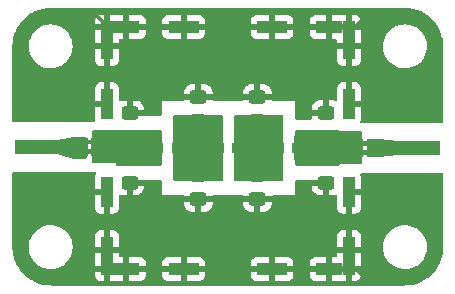
<source format=gbr>
%TF.GenerationSoftware,KiCad,Pcbnew,6.0.6*%
%TF.CreationDate,2022-08-30T17:07:56+02:00*%
%TF.ProjectId,rf_biscuit,72665f62-6973-4637-9569-742e6b696361,rev?*%
%TF.SameCoordinates,Original*%
%TF.FileFunction,Copper,L1,Top*%
%TF.FilePolarity,Positive*%
%FSLAX46Y46*%
G04 Gerber Fmt 4.6, Leading zero omitted, Abs format (unit mm)*
G04 Created by KiCad (PCBNEW 6.0.6) date 2022-08-30 17:07:56*
%MOMM*%
%LPD*%
G01*
G04 APERTURE LIST*
G04 Aperture macros list*
%AMRoundRect*
0 Rectangle with rounded corners*
0 $1 Rounding radius*
0 $2 $3 $4 $5 $6 $7 $8 $9 X,Y pos of 4 corners*
0 Add a 4 corners polygon primitive as box body*
4,1,4,$2,$3,$4,$5,$6,$7,$8,$9,$2,$3,0*
0 Add four circle primitives for the rounded corners*
1,1,$1+$1,$2,$3*
1,1,$1+$1,$4,$5*
1,1,$1+$1,$6,$7*
1,1,$1+$1,$8,$9*
0 Add four rect primitives between the rounded corners*
20,1,$1+$1,$2,$3,$4,$5,0*
20,1,$1+$1,$4,$5,$6,$7,0*
20,1,$1+$1,$6,$7,$8,$9,0*
20,1,$1+$1,$8,$9,$2,$3,0*%
G04 Aperture macros list end*
%TA.AperFunction,SMDPad,CuDef*%
%ADD10R,3.600000X1.270000*%
%TD*%
%TA.AperFunction,SMDPad,CuDef*%
%ADD11R,4.200000X1.350000*%
%TD*%
%TA.AperFunction,SMDPad,CuDef*%
%ADD12RoundRect,0.250000X0.450000X-0.325000X0.450000X0.325000X-0.450000X0.325000X-0.450000X-0.325000X0*%
%TD*%
%TA.AperFunction,SMDPad,CuDef*%
%ADD13RoundRect,0.250001X0.462499X0.849999X-0.462499X0.849999X-0.462499X-0.849999X0.462499X-0.849999X0*%
%TD*%
%TA.AperFunction,SMDPad,CuDef*%
%ADD14RoundRect,0.218750X0.218750X0.256250X-0.218750X0.256250X-0.218750X-0.256250X0.218750X-0.256250X0*%
%TD*%
%TA.AperFunction,SMDPad,CuDef*%
%ADD15RoundRect,0.250000X-0.450000X0.325000X-0.450000X-0.325000X0.450000X-0.325000X0.450000X0.325000X0*%
%TD*%
%TA.AperFunction,SMDPad,CuDef*%
%ADD16R,1.000000X1.500000*%
%TD*%
%TA.AperFunction,SMDPad,CuDef*%
%ADD17R,1.000000X2.600000*%
%TD*%
%TA.AperFunction,SMDPad,CuDef*%
%ADD18R,1.000000X1.000000*%
%TD*%
%TA.AperFunction,SMDPad,CuDef*%
%ADD19R,1.000000X2.300000*%
%TD*%
%TA.AperFunction,SMDPad,CuDef*%
%ADD20R,2.600000X1.000000*%
%TD*%
%TA.AperFunction,SMDPad,CuDef*%
%ADD21R,2.300000X1.000000*%
%TD*%
%TA.AperFunction,ViaPad*%
%ADD22C,0.600000*%
%TD*%
%TA.AperFunction,Conductor*%
%ADD23C,0.250000*%
%TD*%
G04 APERTURE END LIST*
%TO.C,JP1*%
G36*
X34550000Y-92600000D02*
G01*
X34050000Y-92600000D01*
X34050000Y-92200000D01*
X34550000Y-92200000D01*
X34550000Y-92600000D01*
G37*
G36*
X34550000Y-91800000D02*
G01*
X34050000Y-91800000D01*
X34050000Y-91400000D01*
X34550000Y-91400000D01*
X34550000Y-91800000D01*
G37*
%TO.C,JP2*%
G36*
X57850000Y-92700000D02*
G01*
X57350000Y-92700000D01*
X57350000Y-92300000D01*
X57850000Y-92300000D01*
X57850000Y-92700000D01*
G37*
G36*
X57850000Y-91900000D02*
G01*
X57350000Y-91900000D01*
X57350000Y-91500000D01*
X57850000Y-91500000D01*
X57850000Y-91900000D01*
G37*
%TD*%
D10*
%TO.P,P2,1,In*%
%TO.N,Net-(JP2-Pad2)*%
X62200000Y-92100000D03*
D11*
%TO.P,P2,2,Ext*%
%TO.N,GND*%
X62000000Y-94925000D03*
X62000000Y-89275000D03*
%TD*%
D12*
%TO.P,R1,1*%
%TO.N,Net-(JP1-Pad2)*%
X37700000Y-91225000D03*
%TO.P,R1,2*%
%TO.N,GND*%
X37700000Y-89175000D03*
%TD*%
%TO.P,R2,1*%
%TO.N,GND*%
X37700000Y-95025000D03*
%TO.P,R2,2*%
%TO.N,Net-(JP1-Pad2)*%
X37700000Y-92975000D03*
%TD*%
D13*
%TO.P,R3,1*%
%TO.N,Net-(R3-Pad1)*%
X42062500Y-92100000D03*
D14*
X41687500Y-92075000D03*
%TO.P,R3,2*%
%TO.N,Net-(JP1-Pad2)*%
X40112500Y-92075000D03*
D13*
X39737500Y-92100000D03*
%TD*%
D12*
%TO.P,R4,1*%
%TO.N,Net-(R3-Pad1)*%
X43500000Y-89825000D03*
%TO.P,R4,2*%
%TO.N,GND*%
X43500000Y-87775000D03*
%TD*%
%TO.P,R5,1*%
%TO.N,GND*%
X43500000Y-96425000D03*
%TO.P,R5,2*%
%TO.N,Net-(R3-Pad1)*%
X43500000Y-94375000D03*
%TD*%
D14*
%TO.P,R6,1*%
%TO.N,Net-(R6-Pad1)*%
X46787500Y-92075000D03*
D13*
X47162500Y-92100000D03*
%TO.P,R6,2*%
%TO.N,Net-(R3-Pad1)*%
X44837500Y-92100000D03*
D14*
X45212500Y-92075000D03*
%TD*%
D12*
%TO.P,R7,1*%
%TO.N,Net-(R6-Pad1)*%
X48500000Y-89825000D03*
%TO.P,R7,2*%
%TO.N,GND*%
X48500000Y-87775000D03*
%TD*%
%TO.P,R8,1*%
%TO.N,GND*%
X48500000Y-96425000D03*
%TO.P,R8,2*%
%TO.N,Net-(R6-Pad1)*%
X48500000Y-94375000D03*
%TD*%
D13*
%TO.P,R9,1*%
%TO.N,Net-(JP2-Pad1)*%
X52262500Y-92100000D03*
D14*
X51887500Y-92075000D03*
%TO.P,R9,2*%
%TO.N,Net-(R6-Pad1)*%
X50312500Y-92075000D03*
D13*
X49937500Y-92100000D03*
%TD*%
D10*
%TO.P,P1,1,In*%
%TO.N,Net-(JP1-Pad1)*%
X29800000Y-92000000D03*
D11*
%TO.P,P1,2,Ext*%
%TO.N,GND*%
X30000000Y-89175000D03*
X30000000Y-94825000D03*
%TD*%
D15*
%TO.P,R10,1*%
%TO.N,Net-(JP2-Pad1)*%
X54300000Y-92975000D03*
%TO.P,R10,2*%
%TO.N,GND*%
X54300000Y-95025000D03*
%TD*%
%TO.P,R11,1*%
%TO.N,GND*%
X54300000Y-89150000D03*
%TO.P,R11,2*%
%TO.N,Net-(JP2-Pad1)*%
X54300000Y-91200000D03*
%TD*%
D16*
%TO.P,JP1,1,A*%
%TO.N,Net-(JP1-Pad1)*%
X33650000Y-92000000D03*
%TO.P,JP1,2,B*%
%TO.N,Net-(JP1-Pad2)*%
X34950000Y-92000000D03*
%TD*%
%TO.P,JP2,1,A*%
%TO.N,Net-(JP2-Pad1)*%
X56950000Y-92100000D03*
%TO.P,JP2,2,B*%
%TO.N,Net-(JP2-Pad2)*%
X58250000Y-92100000D03*
%TD*%
D17*
%TO.P,J1,1,Shield*%
%TO.N,GND*%
X35750000Y-95850000D03*
D18*
X56250000Y-102350000D03*
X35750000Y-81850000D03*
D19*
X35750000Y-100700000D03*
X56250000Y-100700000D03*
D20*
X42250000Y-102350000D03*
D18*
X35750000Y-102350000D03*
D21*
X37400000Y-81850000D03*
D19*
X35750000Y-83500000D03*
D21*
X54600000Y-81850000D03*
D19*
X56250000Y-83500000D03*
D20*
X42250000Y-81850000D03*
D17*
X56250000Y-95850000D03*
X56250000Y-88350000D03*
D20*
X49750000Y-102350000D03*
D21*
X54600000Y-102350000D03*
D18*
X56250000Y-81850000D03*
D17*
X35750000Y-88350000D03*
D20*
X49750000Y-81850000D03*
D21*
X37400000Y-102350000D03*
%TD*%
D22*
%TO.N,GND*%
X41200000Y-96500000D03*
X39700000Y-88800000D03*
X39700000Y-95300000D03*
X46000000Y-96500000D03*
X50700000Y-96500000D03*
X46000000Y-87700000D03*
X41200000Y-87700000D03*
X54300000Y-87400000D03*
X52400000Y-89100000D03*
X54300000Y-96600000D03*
X52400000Y-95400000D03*
X37700000Y-96500000D03*
X50700000Y-87700000D03*
X37700000Y-87500000D03*
%TD*%
D23*
%TO.N,GND*%
X34750000Y-80750000D02*
X35750000Y-81750000D01*
X56250000Y-88750000D02*
X56250000Y-88250000D01*
X56250000Y-81750000D02*
X56750000Y-81750000D01*
X56750000Y-102250000D02*
X57750000Y-103250000D01*
X56250000Y-102250000D02*
X56750000Y-102250000D01*
X34250000Y-80750000D02*
X34750000Y-80750000D01*
X56250000Y-100600000D02*
X56250000Y-102250000D01*
X35750000Y-102250000D02*
X35750000Y-100600000D01*
X56750000Y-81750000D02*
X57750000Y-80750000D01*
X37400000Y-81750000D02*
X35750000Y-81750000D01*
%TD*%
%TA.AperFunction,Conductor*%
%TO.N,Net-(JP1-Pad2)*%
G36*
X40342121Y-90607502D02*
G01*
X40388614Y-90661158D01*
X40400000Y-90713500D01*
X40400000Y-93461500D01*
X40379998Y-93529621D01*
X40326342Y-93576114D01*
X40274000Y-93587500D01*
X36621384Y-93587500D01*
X36553263Y-93567498D01*
X36506770Y-93513842D01*
X36495387Y-93462410D01*
X36495381Y-93461500D01*
X36494936Y-93400000D01*
X34626000Y-93400000D01*
X34557879Y-93379998D01*
X34511386Y-93326342D01*
X34500000Y-93274000D01*
X34500000Y-90726000D01*
X34520002Y-90657879D01*
X34573658Y-90611386D01*
X34626000Y-90600000D01*
X36500000Y-90600000D01*
X36500000Y-90594681D01*
X36507073Y-90592604D01*
X36542571Y-90587500D01*
X40274000Y-90587500D01*
X40342121Y-90607502D01*
G37*
%TD.AperFunction*%
%TD*%
%TA.AperFunction,Conductor*%
%TO.N,Net-(JP2-Pad1)*%
G36*
X55449755Y-90620002D02*
G01*
X55496248Y-90673658D01*
X55500000Y-90683718D01*
X55500000Y-90700000D01*
X57274000Y-90700000D01*
X57342121Y-90720002D01*
X57388614Y-90773658D01*
X57400000Y-90826000D01*
X57400000Y-93374000D01*
X57379998Y-93442121D01*
X57326342Y-93488614D01*
X57274000Y-93500000D01*
X55500000Y-93500000D01*
X55500000Y-93507794D01*
X55486053Y-93523889D01*
X55471471Y-93550595D01*
X55409159Y-93584620D01*
X55382375Y-93587500D01*
X51826000Y-93587500D01*
X51757879Y-93567498D01*
X51711386Y-93513842D01*
X51700000Y-93461500D01*
X51700000Y-90726000D01*
X51720002Y-90657879D01*
X51773658Y-90611386D01*
X51826000Y-90600000D01*
X55381634Y-90600000D01*
X55449755Y-90620002D01*
G37*
%TD.AperFunction*%
%TD*%
%TA.AperFunction,Conductor*%
%TO.N,Net-(R6-Pad1)*%
G36*
X50642121Y-89320002D02*
G01*
X50688614Y-89373658D01*
X50700000Y-89426000D01*
X50700000Y-94761500D01*
X50679998Y-94829621D01*
X50626342Y-94876114D01*
X50574000Y-94887500D01*
X46626000Y-94887500D01*
X46557879Y-94867498D01*
X46511386Y-94813842D01*
X46500000Y-94761500D01*
X46500000Y-89426000D01*
X46520002Y-89357879D01*
X46573658Y-89311386D01*
X46626000Y-89300000D01*
X50574000Y-89300000D01*
X50642121Y-89320002D01*
G37*
%TD.AperFunction*%
%TD*%
%TA.AperFunction,Conductor*%
%TO.N,Net-(R3-Pad1)*%
G36*
X45542121Y-89320002D02*
G01*
X45588614Y-89373658D01*
X45600000Y-89426000D01*
X45600000Y-94761500D01*
X45579998Y-94829621D01*
X45526342Y-94876114D01*
X45474000Y-94887500D01*
X41526000Y-94887500D01*
X41457879Y-94867498D01*
X41411386Y-94813842D01*
X41400000Y-94761500D01*
X41400000Y-89426000D01*
X41420002Y-89357879D01*
X41473658Y-89311386D01*
X41526000Y-89300000D01*
X45474000Y-89300000D01*
X45542121Y-89320002D01*
G37*
%TD.AperFunction*%
%TD*%
%TA.AperFunction,Conductor*%
%TO.N,Net-(JP1-Pad1)*%
G36*
X34042121Y-91220002D02*
G01*
X34088614Y-91273658D01*
X34100000Y-91326000D01*
X34100000Y-92874000D01*
X34079998Y-92942121D01*
X34026342Y-92988614D01*
X33974000Y-93000000D01*
X33015511Y-93000000D01*
X32984953Y-92996238D01*
X31495440Y-92623860D01*
X31434205Y-92587933D01*
X31402114Y-92524604D01*
X31400000Y-92501622D01*
X31400000Y-91511231D01*
X31420002Y-91443110D01*
X31473658Y-91396617D01*
X31510372Y-91386204D01*
X32992216Y-91200973D01*
X33007844Y-91200000D01*
X33974000Y-91200000D01*
X34042121Y-91220002D01*
G37*
%TD.AperFunction*%
%TD*%
%TA.AperFunction,Conductor*%
%TO.N,GND*%
G36*
X27906837Y-94096450D02*
G01*
X27910108Y-94097149D01*
X27910129Y-94100000D01*
X34700481Y-94100000D01*
X34768602Y-94120002D01*
X34815095Y-94173658D01*
X34825199Y-94243932D01*
X34807244Y-94287236D01*
X34809522Y-94288483D01*
X34796676Y-94311946D01*
X34751522Y-94432394D01*
X34747895Y-94447649D01*
X34742369Y-94498514D01*
X34742000Y-94505328D01*
X34742000Y-95577885D01*
X34746475Y-95593124D01*
X34747865Y-95594329D01*
X34755548Y-95596000D01*
X35878000Y-95596000D01*
X35946121Y-95616002D01*
X35992614Y-95669658D01*
X36004000Y-95722000D01*
X36004000Y-97639884D01*
X36008475Y-97655123D01*
X36009865Y-97656328D01*
X36017548Y-97657999D01*
X36294669Y-97657999D01*
X36301490Y-97657629D01*
X36352352Y-97652105D01*
X36367604Y-97648479D01*
X36488054Y-97603324D01*
X36503649Y-97594786D01*
X36605724Y-97518285D01*
X36618285Y-97505724D01*
X36694786Y-97403649D01*
X36703324Y-97388054D01*
X36748478Y-97267606D01*
X36752105Y-97252351D01*
X36757631Y-97201486D01*
X36758000Y-97194672D01*
X36758000Y-96797095D01*
X42292001Y-96797095D01*
X42292338Y-96803614D01*
X42302257Y-96899206D01*
X42305149Y-96912600D01*
X42356588Y-97066784D01*
X42362761Y-97079962D01*
X42448063Y-97217807D01*
X42457099Y-97229208D01*
X42571829Y-97343739D01*
X42583240Y-97352751D01*
X42721243Y-97437816D01*
X42734424Y-97443963D01*
X42888710Y-97495138D01*
X42902086Y-97498005D01*
X42996438Y-97507672D01*
X43002854Y-97508000D01*
X43227885Y-97508000D01*
X43243124Y-97503525D01*
X43244329Y-97502135D01*
X43246000Y-97494452D01*
X43246000Y-97489884D01*
X43754000Y-97489884D01*
X43758475Y-97505123D01*
X43759865Y-97506328D01*
X43767548Y-97507999D01*
X43997095Y-97507999D01*
X44003614Y-97507662D01*
X44099206Y-97497743D01*
X44112600Y-97494851D01*
X44266784Y-97443412D01*
X44279962Y-97437239D01*
X44417807Y-97351937D01*
X44429208Y-97342901D01*
X44543739Y-97228171D01*
X44552751Y-97216760D01*
X44637816Y-97078757D01*
X44643963Y-97065576D01*
X44695138Y-96911290D01*
X44698005Y-96897914D01*
X44707672Y-96803562D01*
X44708000Y-96797146D01*
X44708000Y-96797095D01*
X47292001Y-96797095D01*
X47292338Y-96803614D01*
X47302257Y-96899206D01*
X47305149Y-96912600D01*
X47356588Y-97066784D01*
X47362761Y-97079962D01*
X47448063Y-97217807D01*
X47457099Y-97229208D01*
X47571829Y-97343739D01*
X47583240Y-97352751D01*
X47721243Y-97437816D01*
X47734424Y-97443963D01*
X47888710Y-97495138D01*
X47902086Y-97498005D01*
X47996438Y-97507672D01*
X48002854Y-97508000D01*
X48227885Y-97508000D01*
X48243124Y-97503525D01*
X48244329Y-97502135D01*
X48246000Y-97494452D01*
X48246000Y-97489884D01*
X48754000Y-97489884D01*
X48758475Y-97505123D01*
X48759865Y-97506328D01*
X48767548Y-97507999D01*
X48997095Y-97507999D01*
X49003614Y-97507662D01*
X49099206Y-97497743D01*
X49112600Y-97494851D01*
X49266784Y-97443412D01*
X49279962Y-97437239D01*
X49417807Y-97351937D01*
X49429208Y-97342901D01*
X49543739Y-97228171D01*
X49552751Y-97216760D01*
X49637816Y-97078757D01*
X49643963Y-97065576D01*
X49695138Y-96911290D01*
X49698005Y-96897914D01*
X49707672Y-96803562D01*
X49708000Y-96797146D01*
X49708000Y-96697115D01*
X49703525Y-96681876D01*
X49702135Y-96680671D01*
X49694452Y-96679000D01*
X48772115Y-96679000D01*
X48756876Y-96683475D01*
X48755671Y-96684865D01*
X48754000Y-96692548D01*
X48754000Y-97489884D01*
X48246000Y-97489884D01*
X48246000Y-96697115D01*
X48241525Y-96681876D01*
X48240135Y-96680671D01*
X48232452Y-96679000D01*
X47310116Y-96679000D01*
X47294877Y-96683475D01*
X47293672Y-96684865D01*
X47292001Y-96692548D01*
X47292001Y-96797095D01*
X44708000Y-96797095D01*
X44708000Y-96697115D01*
X44703525Y-96681876D01*
X44702135Y-96680671D01*
X44694452Y-96679000D01*
X43772115Y-96679000D01*
X43756876Y-96683475D01*
X43755671Y-96684865D01*
X43754000Y-96692548D01*
X43754000Y-97489884D01*
X43246000Y-97489884D01*
X43246000Y-96697115D01*
X43241525Y-96681876D01*
X43240135Y-96680671D01*
X43232452Y-96679000D01*
X42310116Y-96679000D01*
X42294877Y-96683475D01*
X42293672Y-96684865D01*
X42292001Y-96692548D01*
X42292001Y-96797095D01*
X36758000Y-96797095D01*
X36758000Y-96159476D01*
X36778002Y-96091355D01*
X36831658Y-96044862D01*
X36901932Y-96034758D01*
X36927261Y-96042304D01*
X36927475Y-96041658D01*
X37088710Y-96095138D01*
X37102086Y-96098005D01*
X37196438Y-96107672D01*
X37202854Y-96108000D01*
X37427885Y-96108000D01*
X37443124Y-96103525D01*
X37444329Y-96102135D01*
X37446000Y-96094452D01*
X37446000Y-96089884D01*
X37954000Y-96089884D01*
X37958475Y-96105123D01*
X37959865Y-96106328D01*
X37967548Y-96107999D01*
X38197095Y-96107999D01*
X38203614Y-96107662D01*
X38299206Y-96097743D01*
X38312600Y-96094851D01*
X38466784Y-96043412D01*
X38479962Y-96037239D01*
X38617807Y-95951937D01*
X38629208Y-95942901D01*
X38743739Y-95828171D01*
X38752751Y-95816760D01*
X38837816Y-95678757D01*
X38843963Y-95665576D01*
X38895138Y-95511290D01*
X38898005Y-95497914D01*
X38907672Y-95403562D01*
X38908000Y-95397146D01*
X38908000Y-95297115D01*
X38903525Y-95281876D01*
X38902135Y-95280671D01*
X38894452Y-95279000D01*
X37972115Y-95279000D01*
X37956876Y-95283475D01*
X37955671Y-95284865D01*
X37954000Y-95292548D01*
X37954000Y-96089884D01*
X37446000Y-96089884D01*
X37446000Y-94910144D01*
X37466002Y-94842023D01*
X37519658Y-94795530D01*
X37572000Y-94784144D01*
X40274000Y-94784144D01*
X40342121Y-94804146D01*
X40388614Y-94857802D01*
X40400000Y-94910144D01*
X40400000Y-96100000D01*
X42182149Y-96100000D01*
X42250270Y-96120002D01*
X42278387Y-96152451D01*
X42297865Y-96169329D01*
X42305548Y-96171000D01*
X44689884Y-96171000D01*
X44705124Y-96166525D01*
X44725086Y-96143488D01*
X44784812Y-96105104D01*
X44820310Y-96100000D01*
X47182149Y-96100000D01*
X47250270Y-96120002D01*
X47278387Y-96152451D01*
X47297865Y-96169329D01*
X47305548Y-96171000D01*
X49689884Y-96171000D01*
X49705124Y-96166525D01*
X49725086Y-96143488D01*
X49784812Y-96105104D01*
X49820310Y-96100000D01*
X51700000Y-96100000D01*
X51700000Y-95397095D01*
X53092001Y-95397095D01*
X53092338Y-95403614D01*
X53102257Y-95499206D01*
X53105149Y-95512600D01*
X53156588Y-95666784D01*
X53162761Y-95679962D01*
X53248063Y-95817807D01*
X53257099Y-95829208D01*
X53371829Y-95943739D01*
X53383240Y-95952751D01*
X53521243Y-96037816D01*
X53534424Y-96043963D01*
X53688710Y-96095138D01*
X53702086Y-96098005D01*
X53796438Y-96107672D01*
X53802854Y-96108000D01*
X54027885Y-96108000D01*
X54043124Y-96103525D01*
X54044329Y-96102135D01*
X54046000Y-96094452D01*
X54046000Y-95297115D01*
X54041525Y-95281876D01*
X54040135Y-95280671D01*
X54032452Y-95279000D01*
X53110116Y-95279000D01*
X53094877Y-95283475D01*
X53093672Y-95284865D01*
X53092001Y-95292548D01*
X53092001Y-95397095D01*
X51700000Y-95397095D01*
X51700000Y-94926000D01*
X51720002Y-94857879D01*
X51773658Y-94811386D01*
X51826000Y-94800000D01*
X54428000Y-94800000D01*
X54496121Y-94820002D01*
X54542614Y-94873658D01*
X54554000Y-94926000D01*
X54554000Y-96089884D01*
X54558475Y-96105123D01*
X54559865Y-96106328D01*
X54567548Y-96107999D01*
X54797095Y-96107999D01*
X54803614Y-96107662D01*
X54899206Y-96097743D01*
X54912600Y-96094851D01*
X55073732Y-96041094D01*
X55074552Y-96043552D01*
X55132723Y-96034612D01*
X55197587Y-96063477D01*
X55236547Y-96122829D01*
X55242001Y-96159497D01*
X55242001Y-97194669D01*
X55242371Y-97201490D01*
X55247895Y-97252352D01*
X55251521Y-97267604D01*
X55296676Y-97388054D01*
X55305214Y-97403649D01*
X55381715Y-97505724D01*
X55394276Y-97518285D01*
X55496351Y-97594786D01*
X55511946Y-97603324D01*
X55632394Y-97648478D01*
X55647649Y-97652105D01*
X55698514Y-97657631D01*
X55705328Y-97658000D01*
X55977885Y-97658000D01*
X55993124Y-97653525D01*
X55994329Y-97652135D01*
X55996000Y-97644452D01*
X55996000Y-97639884D01*
X56504000Y-97639884D01*
X56508475Y-97655123D01*
X56509865Y-97656328D01*
X56517548Y-97657999D01*
X56794669Y-97657999D01*
X56801490Y-97657629D01*
X56852352Y-97652105D01*
X56867604Y-97648479D01*
X56988054Y-97603324D01*
X57003649Y-97594786D01*
X57105724Y-97518285D01*
X57118285Y-97505724D01*
X57194786Y-97403649D01*
X57203324Y-97388054D01*
X57248478Y-97267606D01*
X57252105Y-97252351D01*
X57257631Y-97201486D01*
X57258000Y-97194672D01*
X57258000Y-96122115D01*
X57253525Y-96106876D01*
X57252135Y-96105671D01*
X57244452Y-96104000D01*
X56522115Y-96104000D01*
X56506876Y-96108475D01*
X56505671Y-96109865D01*
X56504000Y-96117548D01*
X56504000Y-97639884D01*
X55996000Y-97639884D01*
X55996000Y-95722000D01*
X56016002Y-95653879D01*
X56069658Y-95607386D01*
X56122000Y-95596000D01*
X57239884Y-95596000D01*
X57255123Y-95591525D01*
X57256328Y-95590135D01*
X57257999Y-95582452D01*
X57257999Y-94505331D01*
X57257629Y-94498510D01*
X57252105Y-94447648D01*
X57248478Y-94432394D01*
X57225174Y-94370229D01*
X57219991Y-94299422D01*
X57253912Y-94237053D01*
X57316167Y-94202924D01*
X57343156Y-94200000D01*
X64119500Y-94200000D01*
X64187621Y-94220002D01*
X64234114Y-94273658D01*
X64245500Y-94326000D01*
X64245500Y-100462524D01*
X64243079Y-100487103D01*
X64240514Y-100500000D01*
X64242935Y-100512172D01*
X64242935Y-100524580D01*
X64242844Y-100524580D01*
X64243636Y-100535565D01*
X64229016Y-100814540D01*
X64228067Y-100832646D01*
X64226689Y-100845763D01*
X64175611Y-101168255D01*
X64172869Y-101181155D01*
X64126141Y-101355549D01*
X64088362Y-101496541D01*
X64084286Y-101509084D01*
X63967280Y-101813894D01*
X63961916Y-101825943D01*
X63813682Y-102116867D01*
X63807088Y-102128288D01*
X63629258Y-102402124D01*
X63621505Y-102412794D01*
X63416032Y-102666532D01*
X63407207Y-102676333D01*
X63176333Y-102907207D01*
X63166532Y-102916032D01*
X62912794Y-103121505D01*
X62902124Y-103129258D01*
X62628288Y-103307088D01*
X62616867Y-103313682D01*
X62325943Y-103461916D01*
X62313894Y-103467280D01*
X62009084Y-103584286D01*
X61996541Y-103588362D01*
X61681155Y-103672869D01*
X61668255Y-103675611D01*
X61345763Y-103726689D01*
X61332647Y-103728067D01*
X61035565Y-103743636D01*
X61024580Y-103742844D01*
X61024580Y-103742935D01*
X61012172Y-103742935D01*
X61000000Y-103740514D01*
X60987103Y-103743079D01*
X60962524Y-103745500D01*
X31037476Y-103745500D01*
X31012897Y-103743079D01*
X31000000Y-103740514D01*
X30987828Y-103742935D01*
X30975420Y-103742935D01*
X30975420Y-103742844D01*
X30964435Y-103743636D01*
X30667353Y-103728067D01*
X30654237Y-103726689D01*
X30331745Y-103675611D01*
X30318845Y-103672869D01*
X30003459Y-103588362D01*
X29990916Y-103584286D01*
X29686106Y-103467280D01*
X29674057Y-103461916D01*
X29383133Y-103313682D01*
X29371712Y-103307088D01*
X29097876Y-103129258D01*
X29087206Y-103121505D01*
X28833468Y-102916032D01*
X28823667Y-102907207D01*
X28811129Y-102894669D01*
X34742001Y-102894669D01*
X34742371Y-102901490D01*
X34747895Y-102952352D01*
X34751521Y-102967604D01*
X34796676Y-103088054D01*
X34805214Y-103103649D01*
X34881715Y-103205724D01*
X34894276Y-103218285D01*
X34996351Y-103294786D01*
X35011946Y-103303324D01*
X35132394Y-103348478D01*
X35147649Y-103352105D01*
X35198514Y-103357631D01*
X35205328Y-103358000D01*
X35477885Y-103358000D01*
X35493124Y-103353525D01*
X35494329Y-103352135D01*
X35496000Y-103344452D01*
X35496000Y-103339884D01*
X36004000Y-103339884D01*
X36008475Y-103355123D01*
X36009865Y-103356328D01*
X36017548Y-103357999D01*
X36201895Y-103357999D01*
X36201927Y-103358000D01*
X37127885Y-103358000D01*
X37143124Y-103353525D01*
X37144329Y-103352135D01*
X37146000Y-103344452D01*
X37146000Y-103339884D01*
X37654000Y-103339884D01*
X37658475Y-103355123D01*
X37659865Y-103356328D01*
X37667548Y-103357999D01*
X38594669Y-103357999D01*
X38601490Y-103357629D01*
X38652352Y-103352105D01*
X38667604Y-103348479D01*
X38788054Y-103303324D01*
X38803649Y-103294786D01*
X38905724Y-103218285D01*
X38918285Y-103205724D01*
X38994786Y-103103649D01*
X39003324Y-103088054D01*
X39048478Y-102967606D01*
X39052105Y-102952351D01*
X39057631Y-102901486D01*
X39058000Y-102894672D01*
X39058000Y-102894669D01*
X40442001Y-102894669D01*
X40442371Y-102901490D01*
X40447895Y-102952352D01*
X40451521Y-102967604D01*
X40496676Y-103088054D01*
X40505214Y-103103649D01*
X40581715Y-103205724D01*
X40594276Y-103218285D01*
X40696351Y-103294786D01*
X40711946Y-103303324D01*
X40832394Y-103348478D01*
X40847649Y-103352105D01*
X40898514Y-103357631D01*
X40905328Y-103358000D01*
X41977885Y-103358000D01*
X41993124Y-103353525D01*
X41994329Y-103352135D01*
X41996000Y-103344452D01*
X41996000Y-103339884D01*
X42504000Y-103339884D01*
X42508475Y-103355123D01*
X42509865Y-103356328D01*
X42517548Y-103357999D01*
X43594669Y-103357999D01*
X43601490Y-103357629D01*
X43652352Y-103352105D01*
X43667604Y-103348479D01*
X43788054Y-103303324D01*
X43803649Y-103294786D01*
X43905724Y-103218285D01*
X43918285Y-103205724D01*
X43994786Y-103103649D01*
X44003324Y-103088054D01*
X44048478Y-102967606D01*
X44052105Y-102952351D01*
X44057631Y-102901486D01*
X44058000Y-102894672D01*
X44058000Y-102894669D01*
X47942001Y-102894669D01*
X47942371Y-102901490D01*
X47947895Y-102952352D01*
X47951521Y-102967604D01*
X47996676Y-103088054D01*
X48005214Y-103103649D01*
X48081715Y-103205724D01*
X48094276Y-103218285D01*
X48196351Y-103294786D01*
X48211946Y-103303324D01*
X48332394Y-103348478D01*
X48347649Y-103352105D01*
X48398514Y-103357631D01*
X48405328Y-103358000D01*
X49477885Y-103358000D01*
X49493124Y-103353525D01*
X49494329Y-103352135D01*
X49496000Y-103344452D01*
X49496000Y-103339884D01*
X50004000Y-103339884D01*
X50008475Y-103355123D01*
X50009865Y-103356328D01*
X50017548Y-103357999D01*
X51094669Y-103357999D01*
X51101490Y-103357629D01*
X51152352Y-103352105D01*
X51167604Y-103348479D01*
X51288054Y-103303324D01*
X51303649Y-103294786D01*
X51405724Y-103218285D01*
X51418285Y-103205724D01*
X51494786Y-103103649D01*
X51503324Y-103088054D01*
X51548478Y-102967606D01*
X51552105Y-102952351D01*
X51557631Y-102901486D01*
X51558000Y-102894672D01*
X51558000Y-102894669D01*
X52942001Y-102894669D01*
X52942371Y-102901490D01*
X52947895Y-102952352D01*
X52951521Y-102967604D01*
X52996676Y-103088054D01*
X53005214Y-103103649D01*
X53081715Y-103205724D01*
X53094276Y-103218285D01*
X53196351Y-103294786D01*
X53211946Y-103303324D01*
X53332394Y-103348478D01*
X53347649Y-103352105D01*
X53398514Y-103357631D01*
X53405328Y-103358000D01*
X54327885Y-103358000D01*
X54343124Y-103353525D01*
X54344329Y-103352135D01*
X54346000Y-103344452D01*
X54346000Y-103339884D01*
X54854000Y-103339884D01*
X54858475Y-103355123D01*
X54859865Y-103356328D01*
X54867548Y-103357999D01*
X55701893Y-103357999D01*
X55701929Y-103358000D01*
X55977885Y-103358000D01*
X55993124Y-103353525D01*
X55994329Y-103352135D01*
X55996000Y-103344452D01*
X55996000Y-103339884D01*
X56504000Y-103339884D01*
X56508475Y-103355123D01*
X56509865Y-103356328D01*
X56517548Y-103357999D01*
X56794669Y-103357999D01*
X56801490Y-103357629D01*
X56852352Y-103352105D01*
X56867604Y-103348479D01*
X56988054Y-103303324D01*
X57003649Y-103294786D01*
X57105724Y-103218285D01*
X57118285Y-103205724D01*
X57194786Y-103103649D01*
X57203324Y-103088054D01*
X57248478Y-102967606D01*
X57252105Y-102952351D01*
X57257631Y-102901486D01*
X57258000Y-102894672D01*
X57258000Y-102622115D01*
X57253525Y-102606876D01*
X57252135Y-102605671D01*
X57244452Y-102604000D01*
X56522115Y-102604000D01*
X56506876Y-102608475D01*
X56505671Y-102609865D01*
X56504000Y-102617548D01*
X56504000Y-103339884D01*
X55996000Y-103339884D01*
X55996000Y-102622115D01*
X55991525Y-102606876D01*
X55990135Y-102605671D01*
X55982452Y-102604000D01*
X54872115Y-102604000D01*
X54856876Y-102608475D01*
X54855671Y-102609865D01*
X54854000Y-102617548D01*
X54854000Y-103339884D01*
X54346000Y-103339884D01*
X54346000Y-102622115D01*
X54341525Y-102606876D01*
X54340135Y-102605671D01*
X54332452Y-102604000D01*
X52960116Y-102604000D01*
X52944877Y-102608475D01*
X52943672Y-102609865D01*
X52942001Y-102617548D01*
X52942001Y-102894669D01*
X51558000Y-102894669D01*
X51558000Y-102622115D01*
X51553525Y-102606876D01*
X51552135Y-102605671D01*
X51544452Y-102604000D01*
X50022115Y-102604000D01*
X50006876Y-102608475D01*
X50005671Y-102609865D01*
X50004000Y-102617548D01*
X50004000Y-103339884D01*
X49496000Y-103339884D01*
X49496000Y-102622115D01*
X49491525Y-102606876D01*
X49490135Y-102605671D01*
X49482452Y-102604000D01*
X47960116Y-102604000D01*
X47944877Y-102608475D01*
X47943672Y-102609865D01*
X47942001Y-102617548D01*
X47942001Y-102894669D01*
X44058000Y-102894669D01*
X44058000Y-102622115D01*
X44053525Y-102606876D01*
X44052135Y-102605671D01*
X44044452Y-102604000D01*
X42522115Y-102604000D01*
X42506876Y-102608475D01*
X42505671Y-102609865D01*
X42504000Y-102617548D01*
X42504000Y-103339884D01*
X41996000Y-103339884D01*
X41996000Y-102622115D01*
X41991525Y-102606876D01*
X41990135Y-102605671D01*
X41982452Y-102604000D01*
X40460116Y-102604000D01*
X40444877Y-102608475D01*
X40443672Y-102609865D01*
X40442001Y-102617548D01*
X40442001Y-102894669D01*
X39058000Y-102894669D01*
X39058000Y-102622115D01*
X39053525Y-102606876D01*
X39052135Y-102605671D01*
X39044452Y-102604000D01*
X37672115Y-102604000D01*
X37656876Y-102608475D01*
X37655671Y-102609865D01*
X37654000Y-102617548D01*
X37654000Y-103339884D01*
X37146000Y-103339884D01*
X37146000Y-102622115D01*
X37141525Y-102606876D01*
X37140135Y-102605671D01*
X37132452Y-102604000D01*
X36022115Y-102604000D01*
X36006876Y-102608475D01*
X36005671Y-102609865D01*
X36004000Y-102617548D01*
X36004000Y-103339884D01*
X35496000Y-103339884D01*
X35496000Y-102622115D01*
X35491525Y-102606876D01*
X35490135Y-102605671D01*
X35482452Y-102604000D01*
X34760116Y-102604000D01*
X34744877Y-102608475D01*
X34743672Y-102609865D01*
X34742001Y-102617548D01*
X34742001Y-102894669D01*
X28811129Y-102894669D01*
X28592793Y-102676333D01*
X28583968Y-102666532D01*
X28378495Y-102412794D01*
X28370742Y-102402124D01*
X28192912Y-102128288D01*
X28186318Y-102116867D01*
X28038084Y-101825943D01*
X28032720Y-101813894D01*
X27915714Y-101509084D01*
X27911638Y-101496541D01*
X27873860Y-101355549D01*
X27827131Y-101181155D01*
X27824389Y-101168255D01*
X27773311Y-100845763D01*
X27771933Y-100832646D01*
X27770984Y-100814540D01*
X27756711Y-100542186D01*
X29141018Y-100542186D01*
X29166579Y-100810100D01*
X29167664Y-100814534D01*
X29167665Y-100814540D01*
X29202886Y-100958475D01*
X29230547Y-101071518D01*
X29331583Y-101320963D01*
X29467569Y-101553210D01*
X29578614Y-101692065D01*
X29623066Y-101747649D01*
X29635658Y-101763395D01*
X29832327Y-101947113D01*
X30053457Y-102100516D01*
X30294416Y-102220391D01*
X30298750Y-102221812D01*
X30298753Y-102221813D01*
X30545823Y-102302807D01*
X30545829Y-102302808D01*
X30550156Y-102304227D01*
X30554647Y-102305007D01*
X30554648Y-102305007D01*
X30811538Y-102349611D01*
X30811546Y-102349612D01*
X30815319Y-102350267D01*
X30819156Y-102350458D01*
X30898777Y-102354422D01*
X30898785Y-102354422D01*
X30900348Y-102354500D01*
X31068374Y-102354500D01*
X31070642Y-102354335D01*
X31070654Y-102354335D01*
X31201457Y-102344844D01*
X31268425Y-102339985D01*
X31272880Y-102339001D01*
X31272883Y-102339001D01*
X31526770Y-102282947D01*
X31526772Y-102282946D01*
X31531226Y-102281963D01*
X31782900Y-102186613D01*
X31908467Y-102116867D01*
X31978648Y-102077885D01*
X34742000Y-102077885D01*
X34746475Y-102093124D01*
X34747865Y-102094329D01*
X34755548Y-102096000D01*
X35477885Y-102096000D01*
X35493124Y-102091525D01*
X35494329Y-102090135D01*
X35496000Y-102082452D01*
X35496000Y-102077885D01*
X36004000Y-102077885D01*
X36008475Y-102093124D01*
X36009865Y-102094329D01*
X36017548Y-102096000D01*
X37127885Y-102096000D01*
X37143124Y-102091525D01*
X37144329Y-102090135D01*
X37146000Y-102082452D01*
X37146000Y-102077885D01*
X37654000Y-102077885D01*
X37658475Y-102093124D01*
X37659865Y-102094329D01*
X37667548Y-102096000D01*
X39039884Y-102096000D01*
X39055123Y-102091525D01*
X39056328Y-102090135D01*
X39057999Y-102082452D01*
X39057999Y-102077885D01*
X40442000Y-102077885D01*
X40446475Y-102093124D01*
X40447865Y-102094329D01*
X40455548Y-102096000D01*
X41977885Y-102096000D01*
X41993124Y-102091525D01*
X41994329Y-102090135D01*
X41996000Y-102082452D01*
X41996000Y-102077885D01*
X42504000Y-102077885D01*
X42508475Y-102093124D01*
X42509865Y-102094329D01*
X42517548Y-102096000D01*
X44039884Y-102096000D01*
X44055123Y-102091525D01*
X44056328Y-102090135D01*
X44057999Y-102082452D01*
X44057999Y-102077885D01*
X47942000Y-102077885D01*
X47946475Y-102093124D01*
X47947865Y-102094329D01*
X47955548Y-102096000D01*
X49477885Y-102096000D01*
X49493124Y-102091525D01*
X49494329Y-102090135D01*
X49496000Y-102082452D01*
X49496000Y-102077885D01*
X50004000Y-102077885D01*
X50008475Y-102093124D01*
X50009865Y-102094329D01*
X50017548Y-102096000D01*
X51539884Y-102096000D01*
X51555123Y-102091525D01*
X51556328Y-102090135D01*
X51557999Y-102082452D01*
X51557999Y-102077885D01*
X52942000Y-102077885D01*
X52946475Y-102093124D01*
X52947865Y-102094329D01*
X52955548Y-102096000D01*
X54327885Y-102096000D01*
X54343124Y-102091525D01*
X54344329Y-102090135D01*
X54346000Y-102082452D01*
X54346000Y-102077885D01*
X54854000Y-102077885D01*
X54858475Y-102093124D01*
X54859865Y-102094329D01*
X54867548Y-102096000D01*
X55977885Y-102096000D01*
X55993124Y-102091525D01*
X55994329Y-102090135D01*
X55996000Y-102082452D01*
X55996000Y-102077885D01*
X56504000Y-102077885D01*
X56508475Y-102093124D01*
X56509865Y-102094329D01*
X56517548Y-102096000D01*
X57239884Y-102096000D01*
X57255123Y-102091525D01*
X57256328Y-102090135D01*
X57257999Y-102082452D01*
X57257999Y-101898105D01*
X57258000Y-101898073D01*
X57258000Y-100972115D01*
X57253525Y-100956876D01*
X57252135Y-100955671D01*
X57244452Y-100954000D01*
X56522115Y-100954000D01*
X56506876Y-100958475D01*
X56505671Y-100959865D01*
X56504000Y-100967548D01*
X56504000Y-102077885D01*
X55996000Y-102077885D01*
X55996000Y-100972115D01*
X55991525Y-100956876D01*
X55990135Y-100955671D01*
X55982452Y-100954000D01*
X55260116Y-100954000D01*
X55244877Y-100958475D01*
X55243672Y-100959865D01*
X55242001Y-100967548D01*
X55242001Y-101216000D01*
X55221999Y-101284121D01*
X55168343Y-101330614D01*
X55116001Y-101342000D01*
X54872115Y-101342000D01*
X54856876Y-101346475D01*
X54855671Y-101347865D01*
X54854000Y-101355548D01*
X54854000Y-102077885D01*
X54346000Y-102077885D01*
X54346000Y-101360115D01*
X54341525Y-101344876D01*
X54340135Y-101343671D01*
X54332452Y-101342000D01*
X53405331Y-101342001D01*
X53398510Y-101342371D01*
X53347648Y-101347895D01*
X53332396Y-101351521D01*
X53211946Y-101396676D01*
X53196351Y-101405214D01*
X53094276Y-101481715D01*
X53081715Y-101494276D01*
X53005214Y-101596351D01*
X52996676Y-101611946D01*
X52951522Y-101732394D01*
X52947895Y-101747649D01*
X52942369Y-101798514D01*
X52942000Y-101805328D01*
X52942000Y-102077885D01*
X51557999Y-102077885D01*
X51557999Y-101805331D01*
X51557629Y-101798510D01*
X51552105Y-101747648D01*
X51548479Y-101732396D01*
X51503324Y-101611946D01*
X51494786Y-101596351D01*
X51418285Y-101494276D01*
X51405724Y-101481715D01*
X51303649Y-101405214D01*
X51288054Y-101396676D01*
X51167606Y-101351522D01*
X51152351Y-101347895D01*
X51101486Y-101342369D01*
X51094672Y-101342000D01*
X50022115Y-101342000D01*
X50006876Y-101346475D01*
X50005671Y-101347865D01*
X50004000Y-101355548D01*
X50004000Y-102077885D01*
X49496000Y-102077885D01*
X49496000Y-101360116D01*
X49491525Y-101344877D01*
X49490135Y-101343672D01*
X49482452Y-101342001D01*
X48405331Y-101342001D01*
X48398510Y-101342371D01*
X48347648Y-101347895D01*
X48332396Y-101351521D01*
X48211946Y-101396676D01*
X48196351Y-101405214D01*
X48094276Y-101481715D01*
X48081715Y-101494276D01*
X48005214Y-101596351D01*
X47996676Y-101611946D01*
X47951522Y-101732394D01*
X47947895Y-101747649D01*
X47942369Y-101798514D01*
X47942000Y-101805328D01*
X47942000Y-102077885D01*
X44057999Y-102077885D01*
X44057999Y-101805331D01*
X44057629Y-101798510D01*
X44052105Y-101747648D01*
X44048479Y-101732396D01*
X44003324Y-101611946D01*
X43994786Y-101596351D01*
X43918285Y-101494276D01*
X43905724Y-101481715D01*
X43803649Y-101405214D01*
X43788054Y-101396676D01*
X43667606Y-101351522D01*
X43652351Y-101347895D01*
X43601486Y-101342369D01*
X43594672Y-101342000D01*
X42522115Y-101342000D01*
X42506876Y-101346475D01*
X42505671Y-101347865D01*
X42504000Y-101355548D01*
X42504000Y-102077885D01*
X41996000Y-102077885D01*
X41996000Y-101360116D01*
X41991525Y-101344877D01*
X41990135Y-101343672D01*
X41982452Y-101342001D01*
X40905331Y-101342001D01*
X40898510Y-101342371D01*
X40847648Y-101347895D01*
X40832396Y-101351521D01*
X40711946Y-101396676D01*
X40696351Y-101405214D01*
X40594276Y-101481715D01*
X40581715Y-101494276D01*
X40505214Y-101596351D01*
X40496676Y-101611946D01*
X40451522Y-101732394D01*
X40447895Y-101747649D01*
X40442369Y-101798514D01*
X40442000Y-101805328D01*
X40442000Y-102077885D01*
X39057999Y-102077885D01*
X39057999Y-101805331D01*
X39057629Y-101798510D01*
X39052105Y-101747648D01*
X39048479Y-101732396D01*
X39003324Y-101611946D01*
X38994786Y-101596351D01*
X38918285Y-101494276D01*
X38905724Y-101481715D01*
X38803649Y-101405214D01*
X38788054Y-101396676D01*
X38667606Y-101351522D01*
X38652351Y-101347895D01*
X38601486Y-101342369D01*
X38594672Y-101342000D01*
X37672115Y-101342001D01*
X37656876Y-101346476D01*
X37655671Y-101347866D01*
X37654000Y-101355549D01*
X37654000Y-102077885D01*
X37146000Y-102077885D01*
X37146000Y-101360116D01*
X37141525Y-101344877D01*
X37140135Y-101343672D01*
X37132452Y-101342001D01*
X36884000Y-101342001D01*
X36815879Y-101321999D01*
X36769386Y-101268343D01*
X36758000Y-101216001D01*
X36758000Y-100972115D01*
X36753525Y-100956876D01*
X36752135Y-100955671D01*
X36744452Y-100954000D01*
X36022115Y-100954000D01*
X36006876Y-100958475D01*
X36005671Y-100959865D01*
X36004000Y-100967548D01*
X36004000Y-102077885D01*
X35496000Y-102077885D01*
X35496000Y-100972115D01*
X35491525Y-100956876D01*
X35490135Y-100955671D01*
X35482452Y-100954000D01*
X34760116Y-100954000D01*
X34744877Y-100958475D01*
X34743672Y-100959865D01*
X34742001Y-100967548D01*
X34742001Y-101801893D01*
X34742000Y-101801912D01*
X34742000Y-102077885D01*
X31978648Y-102077885D01*
X32014179Y-102058149D01*
X32014180Y-102058148D01*
X32018172Y-102055931D01*
X32172020Y-101938518D01*
X32228491Y-101895421D01*
X32228495Y-101895417D01*
X32232116Y-101892654D01*
X32420249Y-101700203D01*
X32527242Y-101553210D01*
X32575942Y-101486304D01*
X32575947Y-101486297D01*
X32578630Y-101482610D01*
X32703941Y-101244433D01*
X32793557Y-100990662D01*
X32824702Y-100832646D01*
X32844720Y-100731083D01*
X32844721Y-100731077D01*
X32845601Y-100726611D01*
X32854782Y-100542186D01*
X59141018Y-100542186D01*
X59166579Y-100810100D01*
X59167664Y-100814534D01*
X59167665Y-100814540D01*
X59202886Y-100958475D01*
X59230547Y-101071518D01*
X59331583Y-101320963D01*
X59467569Y-101553210D01*
X59578614Y-101692065D01*
X59623066Y-101747649D01*
X59635658Y-101763395D01*
X59832327Y-101947113D01*
X60053457Y-102100516D01*
X60294416Y-102220391D01*
X60298750Y-102221812D01*
X60298753Y-102221813D01*
X60545823Y-102302807D01*
X60545829Y-102302808D01*
X60550156Y-102304227D01*
X60554647Y-102305007D01*
X60554648Y-102305007D01*
X60811538Y-102349611D01*
X60811546Y-102349612D01*
X60815319Y-102350267D01*
X60819156Y-102350458D01*
X60898777Y-102354422D01*
X60898785Y-102354422D01*
X60900348Y-102354500D01*
X61068374Y-102354500D01*
X61070642Y-102354335D01*
X61070654Y-102354335D01*
X61201457Y-102344844D01*
X61268425Y-102339985D01*
X61272880Y-102339001D01*
X61272883Y-102339001D01*
X61526770Y-102282947D01*
X61526772Y-102282946D01*
X61531226Y-102281963D01*
X61782900Y-102186613D01*
X61908467Y-102116867D01*
X62014179Y-102058149D01*
X62014180Y-102058148D01*
X62018172Y-102055931D01*
X62172020Y-101938518D01*
X62228491Y-101895421D01*
X62228495Y-101895417D01*
X62232116Y-101892654D01*
X62420249Y-101700203D01*
X62527242Y-101553210D01*
X62575942Y-101486304D01*
X62575947Y-101486297D01*
X62578630Y-101482610D01*
X62703941Y-101244433D01*
X62793557Y-100990662D01*
X62824702Y-100832646D01*
X62844720Y-100731083D01*
X62844721Y-100731077D01*
X62845601Y-100726611D01*
X62854782Y-100542186D01*
X62858755Y-100462383D01*
X62858755Y-100462377D01*
X62858982Y-100457814D01*
X62833421Y-100189900D01*
X62769453Y-99928482D01*
X62668417Y-99679037D01*
X62532431Y-99446790D01*
X62364342Y-99236605D01*
X62167673Y-99052887D01*
X61946543Y-98899484D01*
X61705584Y-98779609D01*
X61701250Y-98778188D01*
X61701247Y-98778187D01*
X61454177Y-98697193D01*
X61454171Y-98697192D01*
X61449844Y-98695773D01*
X61445352Y-98694993D01*
X61188462Y-98650389D01*
X61188454Y-98650388D01*
X61184681Y-98649733D01*
X61174718Y-98649237D01*
X61101223Y-98645578D01*
X61101215Y-98645578D01*
X61099652Y-98645500D01*
X60931626Y-98645500D01*
X60929358Y-98645665D01*
X60929346Y-98645665D01*
X60798543Y-98655156D01*
X60731575Y-98660015D01*
X60727120Y-98660999D01*
X60727117Y-98660999D01*
X60473230Y-98717053D01*
X60473228Y-98717054D01*
X60468774Y-98718037D01*
X60217100Y-98813387D01*
X59981828Y-98944069D01*
X59978196Y-98946841D01*
X59771509Y-99104579D01*
X59771505Y-99104583D01*
X59767884Y-99107346D01*
X59579751Y-99299797D01*
X59577066Y-99303486D01*
X59424058Y-99513696D01*
X59424053Y-99513703D01*
X59421370Y-99517390D01*
X59296059Y-99755567D01*
X59206443Y-100009338D01*
X59205560Y-100013820D01*
X59170855Y-100189900D01*
X59154399Y-100273389D01*
X59154172Y-100277942D01*
X59154172Y-100277945D01*
X59141348Y-100535567D01*
X59141018Y-100542186D01*
X32854782Y-100542186D01*
X32858755Y-100462383D01*
X32858755Y-100462377D01*
X32858982Y-100457814D01*
X32856127Y-100427885D01*
X34742000Y-100427885D01*
X34746475Y-100443124D01*
X34747865Y-100444329D01*
X34755548Y-100446000D01*
X35477885Y-100446000D01*
X35493124Y-100441525D01*
X35494329Y-100440135D01*
X35496000Y-100432452D01*
X35496000Y-100427885D01*
X36004000Y-100427885D01*
X36008475Y-100443124D01*
X36009865Y-100444329D01*
X36017548Y-100446000D01*
X36739885Y-100446000D01*
X36755124Y-100441525D01*
X36756329Y-100440135D01*
X36758000Y-100432452D01*
X36757999Y-99505331D01*
X36757999Y-99505328D01*
X55242000Y-99505328D01*
X55242001Y-100427885D01*
X55246476Y-100443124D01*
X55247866Y-100444329D01*
X55255549Y-100446000D01*
X55977885Y-100446000D01*
X55993124Y-100441525D01*
X55994329Y-100440135D01*
X55996000Y-100432452D01*
X55996000Y-100427885D01*
X56504000Y-100427885D01*
X56508475Y-100443124D01*
X56509865Y-100444329D01*
X56517548Y-100446000D01*
X57239884Y-100446000D01*
X57255123Y-100441525D01*
X57256328Y-100440135D01*
X57257999Y-100432452D01*
X57257999Y-99505331D01*
X57257629Y-99498510D01*
X57252105Y-99447648D01*
X57248479Y-99432396D01*
X57203324Y-99311946D01*
X57194786Y-99296351D01*
X57118285Y-99194276D01*
X57105724Y-99181715D01*
X57003649Y-99105214D01*
X56988054Y-99096676D01*
X56867606Y-99051522D01*
X56852351Y-99047895D01*
X56801486Y-99042369D01*
X56794672Y-99042000D01*
X56522115Y-99042000D01*
X56506876Y-99046475D01*
X56505671Y-99047865D01*
X56504000Y-99055548D01*
X56504000Y-100427885D01*
X55996000Y-100427885D01*
X55996000Y-99060116D01*
X55991525Y-99044877D01*
X55990135Y-99043672D01*
X55982452Y-99042001D01*
X55705331Y-99042001D01*
X55698510Y-99042371D01*
X55647648Y-99047895D01*
X55632396Y-99051521D01*
X55511946Y-99096676D01*
X55496351Y-99105214D01*
X55394276Y-99181715D01*
X55381715Y-99194276D01*
X55305214Y-99296351D01*
X55296676Y-99311946D01*
X55251522Y-99432394D01*
X55247895Y-99447649D01*
X55242369Y-99498514D01*
X55242000Y-99505328D01*
X36757999Y-99505328D01*
X36757629Y-99498510D01*
X36752105Y-99447648D01*
X36748479Y-99432396D01*
X36703324Y-99311946D01*
X36694786Y-99296351D01*
X36618285Y-99194276D01*
X36605724Y-99181715D01*
X36503649Y-99105214D01*
X36488054Y-99096676D01*
X36367606Y-99051522D01*
X36352351Y-99047895D01*
X36301486Y-99042369D01*
X36294672Y-99042000D01*
X36022115Y-99042000D01*
X36006876Y-99046475D01*
X36005671Y-99047865D01*
X36004000Y-99055548D01*
X36004000Y-100427885D01*
X35496000Y-100427885D01*
X35496000Y-99060116D01*
X35491525Y-99044877D01*
X35490135Y-99043672D01*
X35482452Y-99042001D01*
X35205331Y-99042001D01*
X35198510Y-99042371D01*
X35147648Y-99047895D01*
X35132396Y-99051521D01*
X35011946Y-99096676D01*
X34996351Y-99105214D01*
X34894276Y-99181715D01*
X34881715Y-99194276D01*
X34805214Y-99296351D01*
X34796676Y-99311946D01*
X34751522Y-99432394D01*
X34747895Y-99447649D01*
X34742369Y-99498514D01*
X34742000Y-99505328D01*
X34742000Y-100427885D01*
X32856127Y-100427885D01*
X32833421Y-100189900D01*
X32769453Y-99928482D01*
X32668417Y-99679037D01*
X32532431Y-99446790D01*
X32364342Y-99236605D01*
X32167673Y-99052887D01*
X31946543Y-98899484D01*
X31705584Y-98779609D01*
X31701250Y-98778188D01*
X31701247Y-98778187D01*
X31454177Y-98697193D01*
X31454171Y-98697192D01*
X31449844Y-98695773D01*
X31445352Y-98694993D01*
X31188462Y-98650389D01*
X31188454Y-98650388D01*
X31184681Y-98649733D01*
X31174718Y-98649237D01*
X31101223Y-98645578D01*
X31101215Y-98645578D01*
X31099652Y-98645500D01*
X30931626Y-98645500D01*
X30929358Y-98645665D01*
X30929346Y-98645665D01*
X30798543Y-98655156D01*
X30731575Y-98660015D01*
X30727120Y-98660999D01*
X30727117Y-98660999D01*
X30473230Y-98717053D01*
X30473228Y-98717054D01*
X30468774Y-98718037D01*
X30217100Y-98813387D01*
X29981828Y-98944069D01*
X29978196Y-98946841D01*
X29771509Y-99104579D01*
X29771505Y-99104583D01*
X29767884Y-99107346D01*
X29579751Y-99299797D01*
X29577066Y-99303486D01*
X29424058Y-99513696D01*
X29424053Y-99513703D01*
X29421370Y-99517390D01*
X29296059Y-99755567D01*
X29206443Y-100009338D01*
X29205560Y-100013820D01*
X29170855Y-100189900D01*
X29154399Y-100273389D01*
X29154172Y-100277942D01*
X29154172Y-100277945D01*
X29141348Y-100535567D01*
X29141018Y-100542186D01*
X27756711Y-100542186D01*
X27756364Y-100535565D01*
X27757156Y-100524580D01*
X27757065Y-100524580D01*
X27757065Y-100512172D01*
X27759486Y-100500000D01*
X27756921Y-100487103D01*
X27754500Y-100462524D01*
X27754500Y-97194669D01*
X34742001Y-97194669D01*
X34742371Y-97201490D01*
X34747895Y-97252352D01*
X34751521Y-97267604D01*
X34796676Y-97388054D01*
X34805214Y-97403649D01*
X34881715Y-97505724D01*
X34894276Y-97518285D01*
X34996351Y-97594786D01*
X35011946Y-97603324D01*
X35132394Y-97648478D01*
X35147649Y-97652105D01*
X35198514Y-97657631D01*
X35205328Y-97658000D01*
X35477885Y-97658000D01*
X35493124Y-97653525D01*
X35494329Y-97652135D01*
X35496000Y-97644452D01*
X35496000Y-96122115D01*
X35491525Y-96106876D01*
X35490135Y-96105671D01*
X35482452Y-96104000D01*
X34760116Y-96104000D01*
X34744877Y-96108475D01*
X34743672Y-96109865D01*
X34742001Y-96117548D01*
X34742001Y-97194669D01*
X27754500Y-97194669D01*
X27754500Y-94219667D01*
X27774502Y-94151546D01*
X27828158Y-94105053D01*
X27898432Y-94094949D01*
X27906837Y-94096450D01*
G37*
%TD.AperFunction*%
%TA.AperFunction,Conductor*%
G36*
X60987103Y-80256921D02*
G01*
X61000000Y-80259486D01*
X61012172Y-80257065D01*
X61024580Y-80257065D01*
X61024580Y-80257156D01*
X61035565Y-80256364D01*
X61332647Y-80271933D01*
X61345763Y-80273311D01*
X61668255Y-80324389D01*
X61681155Y-80327131D01*
X61996541Y-80411638D01*
X62009084Y-80415714D01*
X62313894Y-80532720D01*
X62325943Y-80538084D01*
X62616867Y-80686318D01*
X62628288Y-80692912D01*
X62902124Y-80870742D01*
X62912794Y-80878495D01*
X63166532Y-81083968D01*
X63176333Y-81092793D01*
X63407207Y-81323667D01*
X63416032Y-81333468D01*
X63621505Y-81587206D01*
X63629258Y-81597876D01*
X63807088Y-81871712D01*
X63813682Y-81883133D01*
X63961916Y-82174057D01*
X63967280Y-82186106D01*
X64084286Y-82490916D01*
X64088362Y-82503459D01*
X64172869Y-82818845D01*
X64175611Y-82831745D01*
X64226689Y-83154237D01*
X64228067Y-83167353D01*
X64243529Y-83462383D01*
X64243636Y-83464433D01*
X64242844Y-83475420D01*
X64242935Y-83475420D01*
X64242935Y-83487828D01*
X64240514Y-83500000D01*
X64242935Y-83512170D01*
X64243079Y-83512894D01*
X64245500Y-83537476D01*
X64245500Y-89874000D01*
X64225498Y-89942121D01*
X64171842Y-89988614D01*
X64119500Y-90000000D01*
X57343156Y-90000000D01*
X57275035Y-89979998D01*
X57228542Y-89926342D01*
X57218438Y-89856068D01*
X57225174Y-89829771D01*
X57248478Y-89767609D01*
X57252105Y-89752351D01*
X57257631Y-89701486D01*
X57258000Y-89694672D01*
X57258000Y-88622115D01*
X57253525Y-88606876D01*
X57252135Y-88605671D01*
X57244452Y-88604000D01*
X56122000Y-88604000D01*
X56053879Y-88583998D01*
X56007386Y-88530342D01*
X55996000Y-88478000D01*
X55996000Y-88077885D01*
X56504000Y-88077885D01*
X56508475Y-88093124D01*
X56509865Y-88094329D01*
X56517548Y-88096000D01*
X57239884Y-88096000D01*
X57255123Y-88091525D01*
X57256328Y-88090135D01*
X57257999Y-88082452D01*
X57257999Y-87005331D01*
X57257629Y-86998510D01*
X57252105Y-86947648D01*
X57248479Y-86932396D01*
X57203324Y-86811946D01*
X57194786Y-86796351D01*
X57118285Y-86694276D01*
X57105724Y-86681715D01*
X57003649Y-86605214D01*
X56988054Y-86596676D01*
X56867606Y-86551522D01*
X56852351Y-86547895D01*
X56801486Y-86542369D01*
X56794672Y-86542000D01*
X56522115Y-86542000D01*
X56506876Y-86546475D01*
X56505671Y-86547865D01*
X56504000Y-86555548D01*
X56504000Y-88077885D01*
X55996000Y-88077885D01*
X55996000Y-86560116D01*
X55991525Y-86544877D01*
X55990135Y-86543672D01*
X55982452Y-86542001D01*
X55705331Y-86542001D01*
X55698510Y-86542371D01*
X55647648Y-86547895D01*
X55632396Y-86551521D01*
X55511946Y-86596676D01*
X55496351Y-86605214D01*
X55394276Y-86681715D01*
X55381715Y-86694276D01*
X55305214Y-86796351D01*
X55296676Y-86811946D01*
X55251522Y-86932394D01*
X55247895Y-86947649D01*
X55242369Y-86998514D01*
X55242000Y-87005328D01*
X55242000Y-88015524D01*
X55221998Y-88083645D01*
X55168342Y-88130138D01*
X55098068Y-88140242D01*
X55072739Y-88132696D01*
X55072525Y-88133342D01*
X54911290Y-88079862D01*
X54897914Y-88076995D01*
X54803562Y-88067328D01*
X54797145Y-88067000D01*
X54572115Y-88067000D01*
X54556876Y-88071475D01*
X54555671Y-88072865D01*
X54554000Y-88080548D01*
X54554000Y-89278000D01*
X54533998Y-89346121D01*
X54480342Y-89392614D01*
X54428000Y-89404000D01*
X53110116Y-89404000D01*
X53094877Y-89408475D01*
X53093672Y-89409865D01*
X53092001Y-89417548D01*
X53092001Y-89522095D01*
X53092339Y-89528617D01*
X53095698Y-89560998D01*
X53082833Y-89630819D01*
X53034261Y-89682600D01*
X52970371Y-89700000D01*
X51826000Y-89700000D01*
X51757879Y-89679998D01*
X51711386Y-89626342D01*
X51700000Y-89574000D01*
X51700000Y-88877885D01*
X53092000Y-88877885D01*
X53096475Y-88893124D01*
X53097865Y-88894329D01*
X53105548Y-88896000D01*
X54027885Y-88896000D01*
X54043124Y-88891525D01*
X54044329Y-88890135D01*
X54046000Y-88882452D01*
X54046000Y-88085116D01*
X54041525Y-88069877D01*
X54040135Y-88068672D01*
X54032452Y-88067001D01*
X53802905Y-88067001D01*
X53796386Y-88067338D01*
X53700794Y-88077257D01*
X53687400Y-88080149D01*
X53533216Y-88131588D01*
X53520038Y-88137761D01*
X53382193Y-88223063D01*
X53370792Y-88232099D01*
X53256261Y-88346829D01*
X53247249Y-88358240D01*
X53162184Y-88496243D01*
X53156037Y-88509424D01*
X53104862Y-88663710D01*
X53101995Y-88677086D01*
X53092328Y-88771438D01*
X53092000Y-88777855D01*
X53092000Y-88877885D01*
X51700000Y-88877885D01*
X51700000Y-88100000D01*
X49817851Y-88100000D01*
X49749730Y-88079998D01*
X49721613Y-88047549D01*
X49702135Y-88030671D01*
X49694452Y-88029000D01*
X47310116Y-88029000D01*
X47294876Y-88033475D01*
X47274914Y-88056512D01*
X47215188Y-88094896D01*
X47179690Y-88100000D01*
X44817851Y-88100000D01*
X44749730Y-88079998D01*
X44721613Y-88047549D01*
X44702135Y-88030671D01*
X44694452Y-88029000D01*
X42310116Y-88029000D01*
X42294876Y-88033475D01*
X42274914Y-88056512D01*
X42215188Y-88094896D01*
X42179690Y-88100000D01*
X40400000Y-88100000D01*
X40400000Y-89274000D01*
X40379998Y-89342121D01*
X40326342Y-89388614D01*
X40274000Y-89400000D01*
X37572000Y-89400000D01*
X37503879Y-89379998D01*
X37457386Y-89326342D01*
X37446000Y-89274000D01*
X37446000Y-88902885D01*
X37954000Y-88902885D01*
X37958475Y-88918124D01*
X37959865Y-88919329D01*
X37967548Y-88921000D01*
X38889884Y-88921000D01*
X38905123Y-88916525D01*
X38906328Y-88915135D01*
X38907999Y-88907452D01*
X38907999Y-88802905D01*
X38907662Y-88796386D01*
X38897743Y-88700794D01*
X38894851Y-88687400D01*
X38843412Y-88533216D01*
X38837239Y-88520038D01*
X38751937Y-88382193D01*
X38742901Y-88370792D01*
X38628171Y-88256261D01*
X38616760Y-88247249D01*
X38478757Y-88162184D01*
X38465576Y-88156037D01*
X38311290Y-88104862D01*
X38297914Y-88101995D01*
X38203562Y-88092328D01*
X38197145Y-88092000D01*
X37972115Y-88092000D01*
X37956876Y-88096475D01*
X37955671Y-88097865D01*
X37954000Y-88105548D01*
X37954000Y-88902885D01*
X37446000Y-88902885D01*
X37446000Y-88110116D01*
X37441525Y-88094877D01*
X37440135Y-88093672D01*
X37432452Y-88092001D01*
X37202905Y-88092001D01*
X37196386Y-88092338D01*
X37100794Y-88102257D01*
X37087400Y-88105149D01*
X36926268Y-88158906D01*
X36925448Y-88156448D01*
X36867277Y-88165388D01*
X36802413Y-88136523D01*
X36763453Y-88077171D01*
X36757999Y-88040503D01*
X36757999Y-87502885D01*
X42292000Y-87502885D01*
X42296475Y-87518124D01*
X42297865Y-87519329D01*
X42305548Y-87521000D01*
X43227885Y-87521000D01*
X43243124Y-87516525D01*
X43244329Y-87515135D01*
X43246000Y-87507452D01*
X43246000Y-87502885D01*
X43754000Y-87502885D01*
X43758475Y-87518124D01*
X43759865Y-87519329D01*
X43767548Y-87521000D01*
X44689884Y-87521000D01*
X44705123Y-87516525D01*
X44706328Y-87515135D01*
X44707999Y-87507452D01*
X44707999Y-87502885D01*
X47292000Y-87502885D01*
X47296475Y-87518124D01*
X47297865Y-87519329D01*
X47305548Y-87521000D01*
X48227885Y-87521000D01*
X48243124Y-87516525D01*
X48244329Y-87515135D01*
X48246000Y-87507452D01*
X48246000Y-87502885D01*
X48754000Y-87502885D01*
X48758475Y-87518124D01*
X48759865Y-87519329D01*
X48767548Y-87521000D01*
X49689884Y-87521000D01*
X49705123Y-87516525D01*
X49706328Y-87515135D01*
X49707999Y-87507452D01*
X49707999Y-87402905D01*
X49707662Y-87396386D01*
X49697743Y-87300794D01*
X49694851Y-87287400D01*
X49643412Y-87133216D01*
X49637239Y-87120038D01*
X49551937Y-86982193D01*
X49542901Y-86970792D01*
X49428171Y-86856261D01*
X49416760Y-86847249D01*
X49278757Y-86762184D01*
X49265576Y-86756037D01*
X49111290Y-86704862D01*
X49097914Y-86701995D01*
X49003562Y-86692328D01*
X48997145Y-86692000D01*
X48772115Y-86692000D01*
X48756876Y-86696475D01*
X48755671Y-86697865D01*
X48754000Y-86705548D01*
X48754000Y-87502885D01*
X48246000Y-87502885D01*
X48246000Y-86710116D01*
X48241525Y-86694877D01*
X48240135Y-86693672D01*
X48232452Y-86692001D01*
X48002905Y-86692001D01*
X47996386Y-86692338D01*
X47900794Y-86702257D01*
X47887400Y-86705149D01*
X47733216Y-86756588D01*
X47720038Y-86762761D01*
X47582193Y-86848063D01*
X47570792Y-86857099D01*
X47456261Y-86971829D01*
X47447249Y-86983240D01*
X47362184Y-87121243D01*
X47356037Y-87134424D01*
X47304862Y-87288710D01*
X47301995Y-87302086D01*
X47292328Y-87396438D01*
X47292000Y-87402855D01*
X47292000Y-87502885D01*
X44707999Y-87502885D01*
X44707999Y-87402905D01*
X44707662Y-87396386D01*
X44697743Y-87300794D01*
X44694851Y-87287400D01*
X44643412Y-87133216D01*
X44637239Y-87120038D01*
X44551937Y-86982193D01*
X44542901Y-86970792D01*
X44428171Y-86856261D01*
X44416760Y-86847249D01*
X44278757Y-86762184D01*
X44265576Y-86756037D01*
X44111290Y-86704862D01*
X44097914Y-86701995D01*
X44003562Y-86692328D01*
X43997145Y-86692000D01*
X43772115Y-86692000D01*
X43756876Y-86696475D01*
X43755671Y-86697865D01*
X43754000Y-86705548D01*
X43754000Y-87502885D01*
X43246000Y-87502885D01*
X43246000Y-86710116D01*
X43241525Y-86694877D01*
X43240135Y-86693672D01*
X43232452Y-86692001D01*
X43002905Y-86692001D01*
X42996386Y-86692338D01*
X42900794Y-86702257D01*
X42887400Y-86705149D01*
X42733216Y-86756588D01*
X42720038Y-86762761D01*
X42582193Y-86848063D01*
X42570792Y-86857099D01*
X42456261Y-86971829D01*
X42447249Y-86983240D01*
X42362184Y-87121243D01*
X42356037Y-87134424D01*
X42304862Y-87288710D01*
X42301995Y-87302086D01*
X42292328Y-87396438D01*
X42292000Y-87402855D01*
X42292000Y-87502885D01*
X36757999Y-87502885D01*
X36757999Y-87005331D01*
X36757629Y-86998510D01*
X36752105Y-86947648D01*
X36748479Y-86932396D01*
X36703324Y-86811946D01*
X36694786Y-86796351D01*
X36618285Y-86694276D01*
X36605724Y-86681715D01*
X36503649Y-86605214D01*
X36488054Y-86596676D01*
X36367606Y-86551522D01*
X36352351Y-86547895D01*
X36301486Y-86542369D01*
X36294672Y-86542000D01*
X36022115Y-86542000D01*
X36006876Y-86546475D01*
X36005671Y-86547865D01*
X36004000Y-86555548D01*
X36004000Y-88478000D01*
X35983998Y-88546121D01*
X35930342Y-88592614D01*
X35878000Y-88604000D01*
X34760116Y-88604000D01*
X34744877Y-88608475D01*
X34743672Y-88609865D01*
X34742001Y-88617548D01*
X34742001Y-89694669D01*
X34742371Y-89701490D01*
X34748748Y-89760207D01*
X34745262Y-89760586D01*
X34742474Y-89815574D01*
X34701115Y-89873280D01*
X34635123Y-89899466D01*
X34623530Y-89900000D01*
X27880500Y-89900000D01*
X27812379Y-89879998D01*
X27765886Y-89826342D01*
X27754500Y-89774000D01*
X27754500Y-88077885D01*
X34742000Y-88077885D01*
X34746475Y-88093124D01*
X34747865Y-88094329D01*
X34755548Y-88096000D01*
X35477885Y-88096000D01*
X35493124Y-88091525D01*
X35494329Y-88090135D01*
X35496000Y-88082452D01*
X35496000Y-86560116D01*
X35491525Y-86544877D01*
X35490135Y-86543672D01*
X35482452Y-86542001D01*
X35205331Y-86542001D01*
X35198510Y-86542371D01*
X35147648Y-86547895D01*
X35132396Y-86551521D01*
X35011946Y-86596676D01*
X34996351Y-86605214D01*
X34894276Y-86681715D01*
X34881715Y-86694276D01*
X34805214Y-86796351D01*
X34796676Y-86811946D01*
X34751522Y-86932394D01*
X34747895Y-86947649D01*
X34742369Y-86998514D01*
X34742000Y-87005328D01*
X34742000Y-88077885D01*
X27754500Y-88077885D01*
X27754500Y-83542186D01*
X29141018Y-83542186D01*
X29166579Y-83810100D01*
X29230547Y-84071518D01*
X29331583Y-84320963D01*
X29467569Y-84553210D01*
X29635658Y-84763395D01*
X29832327Y-84947113D01*
X30053457Y-85100516D01*
X30294416Y-85220391D01*
X30298750Y-85221812D01*
X30298753Y-85221813D01*
X30545823Y-85302807D01*
X30545829Y-85302808D01*
X30550156Y-85304227D01*
X30554647Y-85305007D01*
X30554648Y-85305007D01*
X30811538Y-85349611D01*
X30811546Y-85349612D01*
X30815319Y-85350267D01*
X30819156Y-85350458D01*
X30898777Y-85354422D01*
X30898785Y-85354422D01*
X30900348Y-85354500D01*
X31068374Y-85354500D01*
X31070642Y-85354335D01*
X31070654Y-85354335D01*
X31201457Y-85344844D01*
X31268425Y-85339985D01*
X31272880Y-85339001D01*
X31272883Y-85339001D01*
X31526770Y-85282947D01*
X31526772Y-85282946D01*
X31531226Y-85281963D01*
X31782900Y-85186613D01*
X31835078Y-85157631D01*
X32014179Y-85058149D01*
X32014180Y-85058148D01*
X32018172Y-85055931D01*
X32164842Y-84943996D01*
X32228491Y-84895421D01*
X32228495Y-84895417D01*
X32232116Y-84892654D01*
X32420249Y-84700203D01*
X32424277Y-84694669D01*
X34742001Y-84694669D01*
X34742371Y-84701490D01*
X34747895Y-84752352D01*
X34751521Y-84767604D01*
X34796676Y-84888054D01*
X34805214Y-84903649D01*
X34881715Y-85005724D01*
X34894276Y-85018285D01*
X34996351Y-85094786D01*
X35011946Y-85103324D01*
X35132394Y-85148478D01*
X35147649Y-85152105D01*
X35198514Y-85157631D01*
X35205328Y-85158000D01*
X35477885Y-85158000D01*
X35493124Y-85153525D01*
X35494329Y-85152135D01*
X35496000Y-85144452D01*
X35496000Y-85139884D01*
X36004000Y-85139884D01*
X36008475Y-85155123D01*
X36009865Y-85156328D01*
X36017548Y-85157999D01*
X36294669Y-85157999D01*
X36301490Y-85157629D01*
X36352352Y-85152105D01*
X36367604Y-85148479D01*
X36488054Y-85103324D01*
X36503649Y-85094786D01*
X36605724Y-85018285D01*
X36618285Y-85005724D01*
X36694786Y-84903649D01*
X36703324Y-84888054D01*
X36748478Y-84767606D01*
X36752105Y-84752351D01*
X36757631Y-84701486D01*
X36758000Y-84694672D01*
X36757999Y-83772115D01*
X36756658Y-83767548D01*
X55242000Y-83767548D01*
X55242001Y-84694669D01*
X55242371Y-84701490D01*
X55247895Y-84752352D01*
X55251521Y-84767604D01*
X55296676Y-84888054D01*
X55305214Y-84903649D01*
X55381715Y-85005724D01*
X55394276Y-85018285D01*
X55496351Y-85094786D01*
X55511946Y-85103324D01*
X55632394Y-85148478D01*
X55647649Y-85152105D01*
X55698514Y-85157631D01*
X55705328Y-85158000D01*
X55977885Y-85158000D01*
X55993124Y-85153525D01*
X55994329Y-85152135D01*
X55996000Y-85144452D01*
X55996000Y-85139884D01*
X56504000Y-85139884D01*
X56508475Y-85155123D01*
X56509865Y-85156328D01*
X56517548Y-85157999D01*
X56794669Y-85157999D01*
X56801490Y-85157629D01*
X56852352Y-85152105D01*
X56867604Y-85148479D01*
X56988054Y-85103324D01*
X57003649Y-85094786D01*
X57105724Y-85018285D01*
X57118285Y-85005724D01*
X57194786Y-84903649D01*
X57203324Y-84888054D01*
X57248478Y-84767606D01*
X57252105Y-84752351D01*
X57257631Y-84701486D01*
X57258000Y-84694672D01*
X57258000Y-83772115D01*
X57253525Y-83756876D01*
X57252135Y-83755671D01*
X57244452Y-83754000D01*
X56522115Y-83754000D01*
X56506876Y-83758475D01*
X56505671Y-83759865D01*
X56504000Y-83767548D01*
X56504000Y-85139884D01*
X55996000Y-85139884D01*
X55996000Y-83772115D01*
X55991525Y-83756876D01*
X55990135Y-83755671D01*
X55982452Y-83754000D01*
X55260115Y-83754000D01*
X55244876Y-83758475D01*
X55243671Y-83759865D01*
X55242000Y-83767548D01*
X36756658Y-83767548D01*
X36753524Y-83756876D01*
X36752134Y-83755671D01*
X36744451Y-83754000D01*
X36022115Y-83754000D01*
X36006876Y-83758475D01*
X36005671Y-83759865D01*
X36004000Y-83767548D01*
X36004000Y-85139884D01*
X35496000Y-85139884D01*
X35496000Y-83772115D01*
X35491525Y-83756876D01*
X35490135Y-83755671D01*
X35482452Y-83754000D01*
X34760116Y-83754000D01*
X34744877Y-83758475D01*
X34743672Y-83759865D01*
X34742001Y-83767548D01*
X34742001Y-84694669D01*
X32424277Y-84694669D01*
X32527242Y-84553210D01*
X32575942Y-84486304D01*
X32575947Y-84486297D01*
X32578630Y-84482610D01*
X32703941Y-84244433D01*
X32793557Y-83990662D01*
X32818688Y-83863156D01*
X32844720Y-83731083D01*
X32844721Y-83731077D01*
X32845601Y-83726611D01*
X32854782Y-83542186D01*
X59141018Y-83542186D01*
X59166579Y-83810100D01*
X59230547Y-84071518D01*
X59331583Y-84320963D01*
X59467569Y-84553210D01*
X59635658Y-84763395D01*
X59832327Y-84947113D01*
X60053457Y-85100516D01*
X60294416Y-85220391D01*
X60298750Y-85221812D01*
X60298753Y-85221813D01*
X60545823Y-85302807D01*
X60545829Y-85302808D01*
X60550156Y-85304227D01*
X60554647Y-85305007D01*
X60554648Y-85305007D01*
X60811538Y-85349611D01*
X60811546Y-85349612D01*
X60815319Y-85350267D01*
X60819156Y-85350458D01*
X60898777Y-85354422D01*
X60898785Y-85354422D01*
X60900348Y-85354500D01*
X61068374Y-85354500D01*
X61070642Y-85354335D01*
X61070654Y-85354335D01*
X61201457Y-85344844D01*
X61268425Y-85339985D01*
X61272880Y-85339001D01*
X61272883Y-85339001D01*
X61526770Y-85282947D01*
X61526772Y-85282946D01*
X61531226Y-85281963D01*
X61782900Y-85186613D01*
X61835078Y-85157631D01*
X62014179Y-85058149D01*
X62014180Y-85058148D01*
X62018172Y-85055931D01*
X62164842Y-84943996D01*
X62228491Y-84895421D01*
X62228495Y-84895417D01*
X62232116Y-84892654D01*
X62420249Y-84700203D01*
X62527242Y-84553210D01*
X62575942Y-84486304D01*
X62575947Y-84486297D01*
X62578630Y-84482610D01*
X62703941Y-84244433D01*
X62793557Y-83990662D01*
X62818688Y-83863156D01*
X62844720Y-83731083D01*
X62844721Y-83731077D01*
X62845601Y-83726611D01*
X62854782Y-83542186D01*
X62858755Y-83462383D01*
X62858755Y-83462377D01*
X62858982Y-83457814D01*
X62833421Y-83189900D01*
X62827905Y-83167354D01*
X62770539Y-82932920D01*
X62769453Y-82928482D01*
X62668417Y-82679037D01*
X62532431Y-82446790D01*
X62364342Y-82236605D01*
X62167673Y-82052887D01*
X61946543Y-81899484D01*
X61705584Y-81779609D01*
X61701250Y-81778188D01*
X61701247Y-81778187D01*
X61454177Y-81697193D01*
X61454171Y-81697192D01*
X61449844Y-81695773D01*
X61445352Y-81694993D01*
X61188462Y-81650389D01*
X61188454Y-81650388D01*
X61184681Y-81649733D01*
X61174718Y-81649237D01*
X61101223Y-81645578D01*
X61101215Y-81645578D01*
X61099652Y-81645500D01*
X60931626Y-81645500D01*
X60929358Y-81645665D01*
X60929346Y-81645665D01*
X60798543Y-81655156D01*
X60731575Y-81660015D01*
X60727120Y-81660999D01*
X60727117Y-81660999D01*
X60473230Y-81717053D01*
X60473228Y-81717054D01*
X60468774Y-81718037D01*
X60217100Y-81813387D01*
X60213114Y-81815601D01*
X60213112Y-81815602D01*
X60065754Y-81897452D01*
X59981828Y-81944069D01*
X59978196Y-81946841D01*
X59771509Y-82104579D01*
X59771505Y-82104583D01*
X59767884Y-82107346D01*
X59579751Y-82299797D01*
X59577066Y-82303486D01*
X59424058Y-82513696D01*
X59424053Y-82513703D01*
X59421370Y-82517390D01*
X59296059Y-82755567D01*
X59206443Y-83009338D01*
X59205560Y-83013820D01*
X59160127Y-83244329D01*
X59154399Y-83273389D01*
X59154172Y-83277942D01*
X59154172Y-83277945D01*
X59144106Y-83480161D01*
X59141018Y-83542186D01*
X32854782Y-83542186D01*
X32858755Y-83462383D01*
X32858755Y-83462377D01*
X32858982Y-83457814D01*
X32837045Y-83227885D01*
X34742000Y-83227885D01*
X34746475Y-83243124D01*
X34747865Y-83244329D01*
X34755548Y-83246000D01*
X35477885Y-83246000D01*
X35493124Y-83241525D01*
X35494329Y-83240135D01*
X35496000Y-83232452D01*
X35496000Y-83227885D01*
X36004000Y-83227885D01*
X36008475Y-83243124D01*
X36009865Y-83244329D01*
X36017548Y-83246000D01*
X36739884Y-83246000D01*
X36755123Y-83241525D01*
X36756328Y-83240135D01*
X36757999Y-83232452D01*
X36757999Y-82984000D01*
X36778001Y-82915879D01*
X36831657Y-82869386D01*
X36883999Y-82858000D01*
X37127885Y-82858000D01*
X37143124Y-82853525D01*
X37144329Y-82852135D01*
X37146000Y-82844452D01*
X37146000Y-82839885D01*
X37654000Y-82839885D01*
X37658475Y-82855124D01*
X37659865Y-82856329D01*
X37667548Y-82858000D01*
X38594669Y-82857999D01*
X38601490Y-82857629D01*
X38652352Y-82852105D01*
X38667604Y-82848479D01*
X38788054Y-82803324D01*
X38803649Y-82794786D01*
X38905724Y-82718285D01*
X38918285Y-82705724D01*
X38994786Y-82603649D01*
X39003324Y-82588054D01*
X39048478Y-82467606D01*
X39052105Y-82452351D01*
X39057631Y-82401486D01*
X39058000Y-82394672D01*
X39058000Y-82394669D01*
X40442001Y-82394669D01*
X40442371Y-82401490D01*
X40447895Y-82452352D01*
X40451521Y-82467604D01*
X40496676Y-82588054D01*
X40505214Y-82603649D01*
X40581715Y-82705724D01*
X40594276Y-82718285D01*
X40696351Y-82794786D01*
X40711946Y-82803324D01*
X40832394Y-82848478D01*
X40847649Y-82852105D01*
X40898514Y-82857631D01*
X40905328Y-82858000D01*
X41977885Y-82858000D01*
X41993124Y-82853525D01*
X41994329Y-82852135D01*
X41996000Y-82844452D01*
X41996000Y-82839884D01*
X42504000Y-82839884D01*
X42508475Y-82855123D01*
X42509865Y-82856328D01*
X42517548Y-82857999D01*
X43594669Y-82857999D01*
X43601490Y-82857629D01*
X43652352Y-82852105D01*
X43667604Y-82848479D01*
X43788054Y-82803324D01*
X43803649Y-82794786D01*
X43905724Y-82718285D01*
X43918285Y-82705724D01*
X43994786Y-82603649D01*
X44003324Y-82588054D01*
X44048478Y-82467606D01*
X44052105Y-82452351D01*
X44057631Y-82401486D01*
X44058000Y-82394672D01*
X44058000Y-82394669D01*
X47942001Y-82394669D01*
X47942371Y-82401490D01*
X47947895Y-82452352D01*
X47951521Y-82467604D01*
X47996676Y-82588054D01*
X48005214Y-82603649D01*
X48081715Y-82705724D01*
X48094276Y-82718285D01*
X48196351Y-82794786D01*
X48211946Y-82803324D01*
X48332394Y-82848478D01*
X48347649Y-82852105D01*
X48398514Y-82857631D01*
X48405328Y-82858000D01*
X49477885Y-82858000D01*
X49493124Y-82853525D01*
X49494329Y-82852135D01*
X49496000Y-82844452D01*
X49496000Y-82839884D01*
X50004000Y-82839884D01*
X50008475Y-82855123D01*
X50009865Y-82856328D01*
X50017548Y-82857999D01*
X51094669Y-82857999D01*
X51101490Y-82857629D01*
X51152352Y-82852105D01*
X51167604Y-82848479D01*
X51288054Y-82803324D01*
X51303649Y-82794786D01*
X51405724Y-82718285D01*
X51418285Y-82705724D01*
X51494786Y-82603649D01*
X51503324Y-82588054D01*
X51548478Y-82467606D01*
X51552105Y-82452351D01*
X51557631Y-82401486D01*
X51558000Y-82394672D01*
X51558000Y-82394669D01*
X52942001Y-82394669D01*
X52942371Y-82401490D01*
X52947895Y-82452352D01*
X52951521Y-82467604D01*
X52996676Y-82588054D01*
X53005214Y-82603649D01*
X53081715Y-82705724D01*
X53094276Y-82718285D01*
X53196351Y-82794786D01*
X53211946Y-82803324D01*
X53332394Y-82848478D01*
X53347649Y-82852105D01*
X53398514Y-82857631D01*
X53405328Y-82858000D01*
X54327885Y-82857999D01*
X54343124Y-82853524D01*
X54344329Y-82852134D01*
X54346000Y-82844451D01*
X54346000Y-82839884D01*
X54854000Y-82839884D01*
X54858475Y-82855123D01*
X54859865Y-82856328D01*
X54867548Y-82857999D01*
X55116000Y-82857999D01*
X55184121Y-82878001D01*
X55230614Y-82931657D01*
X55242000Y-82983999D01*
X55242000Y-83227885D01*
X55246475Y-83243124D01*
X55247865Y-83244329D01*
X55255548Y-83246000D01*
X55977885Y-83246000D01*
X55993124Y-83241525D01*
X55994329Y-83240135D01*
X55996000Y-83232452D01*
X55996000Y-83227885D01*
X56504000Y-83227885D01*
X56508475Y-83243124D01*
X56509865Y-83244329D01*
X56517548Y-83246000D01*
X57239884Y-83246000D01*
X57255123Y-83241525D01*
X57256328Y-83240135D01*
X57257999Y-83232452D01*
X57257999Y-82398107D01*
X57258000Y-82398071D01*
X57258000Y-82122115D01*
X57253525Y-82106876D01*
X57252135Y-82105671D01*
X57244452Y-82104000D01*
X56522115Y-82104000D01*
X56506876Y-82108475D01*
X56505671Y-82109865D01*
X56504000Y-82117548D01*
X56504000Y-83227885D01*
X55996000Y-83227885D01*
X55996000Y-82122115D01*
X55991525Y-82106876D01*
X55990135Y-82105671D01*
X55982452Y-82104000D01*
X54872115Y-82104000D01*
X54856876Y-82108475D01*
X54855671Y-82109865D01*
X54854000Y-82117548D01*
X54854000Y-82839884D01*
X54346000Y-82839884D01*
X54346000Y-82122115D01*
X54341525Y-82106876D01*
X54340135Y-82105671D01*
X54332452Y-82104000D01*
X52960116Y-82104000D01*
X52944877Y-82108475D01*
X52943672Y-82109865D01*
X52942001Y-82117548D01*
X52942001Y-82394669D01*
X51558000Y-82394669D01*
X51558000Y-82122115D01*
X51553525Y-82106876D01*
X51552135Y-82105671D01*
X51544452Y-82104000D01*
X50022115Y-82104000D01*
X50006876Y-82108475D01*
X50005671Y-82109865D01*
X50004000Y-82117548D01*
X50004000Y-82839884D01*
X49496000Y-82839884D01*
X49496000Y-82122115D01*
X49491525Y-82106876D01*
X49490135Y-82105671D01*
X49482452Y-82104000D01*
X47960116Y-82104000D01*
X47944877Y-82108475D01*
X47943672Y-82109865D01*
X47942001Y-82117548D01*
X47942001Y-82394669D01*
X44058000Y-82394669D01*
X44058000Y-82122115D01*
X44053525Y-82106876D01*
X44052135Y-82105671D01*
X44044452Y-82104000D01*
X42522115Y-82104000D01*
X42506876Y-82108475D01*
X42505671Y-82109865D01*
X42504000Y-82117548D01*
X42504000Y-82839884D01*
X41996000Y-82839884D01*
X41996000Y-82122115D01*
X41991525Y-82106876D01*
X41990135Y-82105671D01*
X41982452Y-82104000D01*
X40460116Y-82104000D01*
X40444877Y-82108475D01*
X40443672Y-82109865D01*
X40442001Y-82117548D01*
X40442001Y-82394669D01*
X39058000Y-82394669D01*
X39058000Y-82122115D01*
X39053525Y-82106876D01*
X39052135Y-82105671D01*
X39044452Y-82104000D01*
X37672115Y-82104000D01*
X37656876Y-82108475D01*
X37655671Y-82109865D01*
X37654000Y-82117548D01*
X37654000Y-82839885D01*
X37146000Y-82839885D01*
X37146000Y-82122115D01*
X37141525Y-82106876D01*
X37140135Y-82105671D01*
X37132452Y-82104000D01*
X36022115Y-82104000D01*
X36006876Y-82108475D01*
X36005671Y-82109865D01*
X36004000Y-82117548D01*
X36004000Y-83227885D01*
X35496000Y-83227885D01*
X35496000Y-82122115D01*
X35491525Y-82106876D01*
X35490135Y-82105671D01*
X35482452Y-82104000D01*
X34760116Y-82104000D01*
X34744877Y-82108475D01*
X34743672Y-82109865D01*
X34742001Y-82117548D01*
X34742001Y-82301895D01*
X34742000Y-82301927D01*
X34742000Y-83227885D01*
X32837045Y-83227885D01*
X32833421Y-83189900D01*
X32827905Y-83167354D01*
X32770539Y-82932920D01*
X32769453Y-82928482D01*
X32668417Y-82679037D01*
X32532431Y-82446790D01*
X32364342Y-82236605D01*
X32167673Y-82052887D01*
X31946543Y-81899484D01*
X31705584Y-81779609D01*
X31701250Y-81778188D01*
X31701247Y-81778187D01*
X31454177Y-81697193D01*
X31454171Y-81697192D01*
X31449844Y-81695773D01*
X31445352Y-81694993D01*
X31188462Y-81650389D01*
X31188454Y-81650388D01*
X31184681Y-81649733D01*
X31174718Y-81649237D01*
X31101223Y-81645578D01*
X31101215Y-81645578D01*
X31099652Y-81645500D01*
X30931626Y-81645500D01*
X30929358Y-81645665D01*
X30929346Y-81645665D01*
X30798543Y-81655156D01*
X30731575Y-81660015D01*
X30727120Y-81660999D01*
X30727117Y-81660999D01*
X30473230Y-81717053D01*
X30473228Y-81717054D01*
X30468774Y-81718037D01*
X30217100Y-81813387D01*
X30213114Y-81815601D01*
X30213112Y-81815602D01*
X30065754Y-81897452D01*
X29981828Y-81944069D01*
X29978196Y-81946841D01*
X29771509Y-82104579D01*
X29771505Y-82104583D01*
X29767884Y-82107346D01*
X29579751Y-82299797D01*
X29577066Y-82303486D01*
X29424058Y-82513696D01*
X29424053Y-82513703D01*
X29421370Y-82517390D01*
X29296059Y-82755567D01*
X29206443Y-83009338D01*
X29205560Y-83013820D01*
X29160127Y-83244329D01*
X29154399Y-83273389D01*
X29154172Y-83277942D01*
X29154172Y-83277945D01*
X29144106Y-83480161D01*
X29141018Y-83542186D01*
X27754500Y-83542186D01*
X27754500Y-83537476D01*
X27756921Y-83512894D01*
X27757065Y-83512170D01*
X27759486Y-83500000D01*
X27757065Y-83487828D01*
X27757065Y-83475420D01*
X27757156Y-83475420D01*
X27756364Y-83464433D01*
X27756472Y-83462383D01*
X27771933Y-83167353D01*
X27773311Y-83154237D01*
X27824389Y-82831745D01*
X27827131Y-82818845D01*
X27911638Y-82503459D01*
X27915714Y-82490916D01*
X28032720Y-82186106D01*
X28038084Y-82174057D01*
X28186318Y-81883133D01*
X28192912Y-81871712D01*
X28370742Y-81597876D01*
X28378495Y-81587206D01*
X28386043Y-81577885D01*
X34742000Y-81577885D01*
X34746475Y-81593124D01*
X34747865Y-81594329D01*
X34755548Y-81596000D01*
X35477885Y-81596000D01*
X35493124Y-81591525D01*
X35494329Y-81590135D01*
X35496000Y-81582452D01*
X35496000Y-81577885D01*
X36004000Y-81577885D01*
X36008475Y-81593124D01*
X36009865Y-81594329D01*
X36017548Y-81596000D01*
X37127885Y-81596000D01*
X37143124Y-81591525D01*
X37144329Y-81590135D01*
X37146000Y-81582452D01*
X37146000Y-81577885D01*
X37654000Y-81577885D01*
X37658475Y-81593124D01*
X37659865Y-81594329D01*
X37667548Y-81596000D01*
X39039884Y-81596000D01*
X39055123Y-81591525D01*
X39056328Y-81590135D01*
X39057999Y-81582452D01*
X39057999Y-81577885D01*
X40442000Y-81577885D01*
X40446475Y-81593124D01*
X40447865Y-81594329D01*
X40455548Y-81596000D01*
X41977885Y-81596000D01*
X41993124Y-81591525D01*
X41994329Y-81590135D01*
X41996000Y-81582452D01*
X41996000Y-81577885D01*
X42504000Y-81577885D01*
X42508475Y-81593124D01*
X42509865Y-81594329D01*
X42517548Y-81596000D01*
X44039884Y-81596000D01*
X44055123Y-81591525D01*
X44056328Y-81590135D01*
X44057999Y-81582452D01*
X44057999Y-81577885D01*
X47942000Y-81577885D01*
X47946475Y-81593124D01*
X47947865Y-81594329D01*
X47955548Y-81596000D01*
X49477885Y-81596000D01*
X49493124Y-81591525D01*
X49494329Y-81590135D01*
X49496000Y-81582452D01*
X49496000Y-81577885D01*
X50004000Y-81577885D01*
X50008475Y-81593124D01*
X50009865Y-81594329D01*
X50017548Y-81596000D01*
X51539884Y-81596000D01*
X51555123Y-81591525D01*
X51556328Y-81590135D01*
X51557999Y-81582452D01*
X51557999Y-81577885D01*
X52942000Y-81577885D01*
X52946475Y-81593124D01*
X52947865Y-81594329D01*
X52955548Y-81596000D01*
X54327885Y-81596000D01*
X54343124Y-81591525D01*
X54344329Y-81590135D01*
X54346000Y-81582452D01*
X54346000Y-81577885D01*
X54854000Y-81577885D01*
X54858475Y-81593124D01*
X54859865Y-81594329D01*
X54867548Y-81596000D01*
X55977885Y-81596000D01*
X55993124Y-81591525D01*
X55994329Y-81590135D01*
X55996000Y-81582452D01*
X55996000Y-81577885D01*
X56504000Y-81577885D01*
X56508475Y-81593124D01*
X56509865Y-81594329D01*
X56517548Y-81596000D01*
X57239884Y-81596000D01*
X57255123Y-81591525D01*
X57256328Y-81590135D01*
X57257999Y-81582452D01*
X57257999Y-81305331D01*
X57257629Y-81298510D01*
X57252105Y-81247648D01*
X57248479Y-81232396D01*
X57203324Y-81111946D01*
X57194786Y-81096351D01*
X57118285Y-80994276D01*
X57105724Y-80981715D01*
X57003649Y-80905214D01*
X56988054Y-80896676D01*
X56867606Y-80851522D01*
X56852351Y-80847895D01*
X56801486Y-80842369D01*
X56794672Y-80842000D01*
X56522115Y-80842000D01*
X56506876Y-80846475D01*
X56505671Y-80847865D01*
X56504000Y-80855548D01*
X56504000Y-81577885D01*
X55996000Y-81577885D01*
X55996000Y-80860116D01*
X55991525Y-80844877D01*
X55990135Y-80843672D01*
X55982452Y-80842001D01*
X55798105Y-80842001D01*
X55798073Y-80842000D01*
X54872115Y-80842000D01*
X54856876Y-80846475D01*
X54855671Y-80847865D01*
X54854000Y-80855548D01*
X54854000Y-81577885D01*
X54346000Y-81577885D01*
X54346000Y-80860116D01*
X54341525Y-80844877D01*
X54340135Y-80843672D01*
X54332452Y-80842001D01*
X53405331Y-80842001D01*
X53398510Y-80842371D01*
X53347648Y-80847895D01*
X53332396Y-80851521D01*
X53211946Y-80896676D01*
X53196351Y-80905214D01*
X53094276Y-80981715D01*
X53081715Y-80994276D01*
X53005214Y-81096351D01*
X52996676Y-81111946D01*
X52951522Y-81232394D01*
X52947895Y-81247649D01*
X52942369Y-81298514D01*
X52942000Y-81305328D01*
X52942000Y-81577885D01*
X51557999Y-81577885D01*
X51557999Y-81305331D01*
X51557629Y-81298510D01*
X51552105Y-81247648D01*
X51548479Y-81232396D01*
X51503324Y-81111946D01*
X51494786Y-81096351D01*
X51418285Y-80994276D01*
X51405724Y-80981715D01*
X51303649Y-80905214D01*
X51288054Y-80896676D01*
X51167606Y-80851522D01*
X51152351Y-80847895D01*
X51101486Y-80842369D01*
X51094672Y-80842000D01*
X50022115Y-80842000D01*
X50006876Y-80846475D01*
X50005671Y-80847865D01*
X50004000Y-80855548D01*
X50004000Y-81577885D01*
X49496000Y-81577885D01*
X49496000Y-80860116D01*
X49491525Y-80844877D01*
X49490135Y-80843672D01*
X49482452Y-80842001D01*
X48405331Y-80842001D01*
X48398510Y-80842371D01*
X48347648Y-80847895D01*
X48332396Y-80851521D01*
X48211946Y-80896676D01*
X48196351Y-80905214D01*
X48094276Y-80981715D01*
X48081715Y-80994276D01*
X48005214Y-81096351D01*
X47996676Y-81111946D01*
X47951522Y-81232394D01*
X47947895Y-81247649D01*
X47942369Y-81298514D01*
X47942000Y-81305328D01*
X47942000Y-81577885D01*
X44057999Y-81577885D01*
X44057999Y-81305331D01*
X44057629Y-81298510D01*
X44052105Y-81247648D01*
X44048479Y-81232396D01*
X44003324Y-81111946D01*
X43994786Y-81096351D01*
X43918285Y-80994276D01*
X43905724Y-80981715D01*
X43803649Y-80905214D01*
X43788054Y-80896676D01*
X43667606Y-80851522D01*
X43652351Y-80847895D01*
X43601486Y-80842369D01*
X43594672Y-80842000D01*
X42522115Y-80842000D01*
X42506876Y-80846475D01*
X42505671Y-80847865D01*
X42504000Y-80855548D01*
X42504000Y-81577885D01*
X41996000Y-81577885D01*
X41996000Y-80860116D01*
X41991525Y-80844877D01*
X41990135Y-80843672D01*
X41982452Y-80842001D01*
X40905331Y-80842001D01*
X40898510Y-80842371D01*
X40847648Y-80847895D01*
X40832396Y-80851521D01*
X40711946Y-80896676D01*
X40696351Y-80905214D01*
X40594276Y-80981715D01*
X40581715Y-80994276D01*
X40505214Y-81096351D01*
X40496676Y-81111946D01*
X40451522Y-81232394D01*
X40447895Y-81247649D01*
X40442369Y-81298514D01*
X40442000Y-81305328D01*
X40442000Y-81577885D01*
X39057999Y-81577885D01*
X39057999Y-81305331D01*
X39057629Y-81298510D01*
X39052105Y-81247648D01*
X39048479Y-81232396D01*
X39003324Y-81111946D01*
X38994786Y-81096351D01*
X38918285Y-80994276D01*
X38905724Y-80981715D01*
X38803649Y-80905214D01*
X38788054Y-80896676D01*
X38667606Y-80851522D01*
X38652351Y-80847895D01*
X38601486Y-80842369D01*
X38594672Y-80842000D01*
X37672115Y-80842000D01*
X37656876Y-80846475D01*
X37655671Y-80847865D01*
X37654000Y-80855548D01*
X37654000Y-81577885D01*
X37146000Y-81577885D01*
X37146000Y-80860116D01*
X37141525Y-80844877D01*
X37140135Y-80843672D01*
X37132452Y-80842001D01*
X36298107Y-80842001D01*
X36298071Y-80842000D01*
X36022115Y-80842000D01*
X36006876Y-80846475D01*
X36005671Y-80847865D01*
X36004000Y-80855548D01*
X36004000Y-81577885D01*
X35496000Y-81577885D01*
X35496000Y-80860116D01*
X35491525Y-80844877D01*
X35490135Y-80843672D01*
X35482452Y-80842001D01*
X35205331Y-80842001D01*
X35198510Y-80842371D01*
X35147648Y-80847895D01*
X35132396Y-80851521D01*
X35011946Y-80896676D01*
X34996351Y-80905214D01*
X34894276Y-80981715D01*
X34881715Y-80994276D01*
X34805214Y-81096351D01*
X34796676Y-81111946D01*
X34751522Y-81232394D01*
X34747895Y-81247649D01*
X34742369Y-81298514D01*
X34742000Y-81305328D01*
X34742000Y-81577885D01*
X28386043Y-81577885D01*
X28583968Y-81333468D01*
X28592793Y-81323667D01*
X28823667Y-81092793D01*
X28833468Y-81083968D01*
X29087206Y-80878495D01*
X29097876Y-80870742D01*
X29371712Y-80692912D01*
X29383133Y-80686318D01*
X29674057Y-80538084D01*
X29686106Y-80532720D01*
X29990916Y-80415714D01*
X30003459Y-80411638D01*
X30318845Y-80327131D01*
X30331745Y-80324389D01*
X30654237Y-80273311D01*
X30667353Y-80271933D01*
X30964435Y-80256364D01*
X30975420Y-80257156D01*
X30975420Y-80257065D01*
X30987828Y-80257065D01*
X31000000Y-80259486D01*
X31012897Y-80256921D01*
X31037476Y-80254500D01*
X60962524Y-80254500D01*
X60987103Y-80256921D01*
G37*
%TD.AperFunction*%
%TD*%
%TA.AperFunction,Conductor*%
%TO.N,Net-(JP2-Pad2)*%
G36*
X58807336Y-91300863D02*
G01*
X60388724Y-91486909D01*
X60454039Y-91514732D01*
X60493944Y-91573453D01*
X60500000Y-91612045D01*
X60500000Y-92587955D01*
X60479998Y-92656076D01*
X60426342Y-92702569D01*
X60388725Y-92713091D01*
X58807336Y-92899137D01*
X58792614Y-92900000D01*
X57926000Y-92900000D01*
X57857879Y-92879998D01*
X57811386Y-92826342D01*
X57800000Y-92774000D01*
X57800000Y-91426000D01*
X57820002Y-91357879D01*
X57873658Y-91311386D01*
X57926000Y-91300000D01*
X58792613Y-91300000D01*
X58807336Y-91300863D01*
G37*
%TD.AperFunction*%
%TD*%
M02*

</source>
